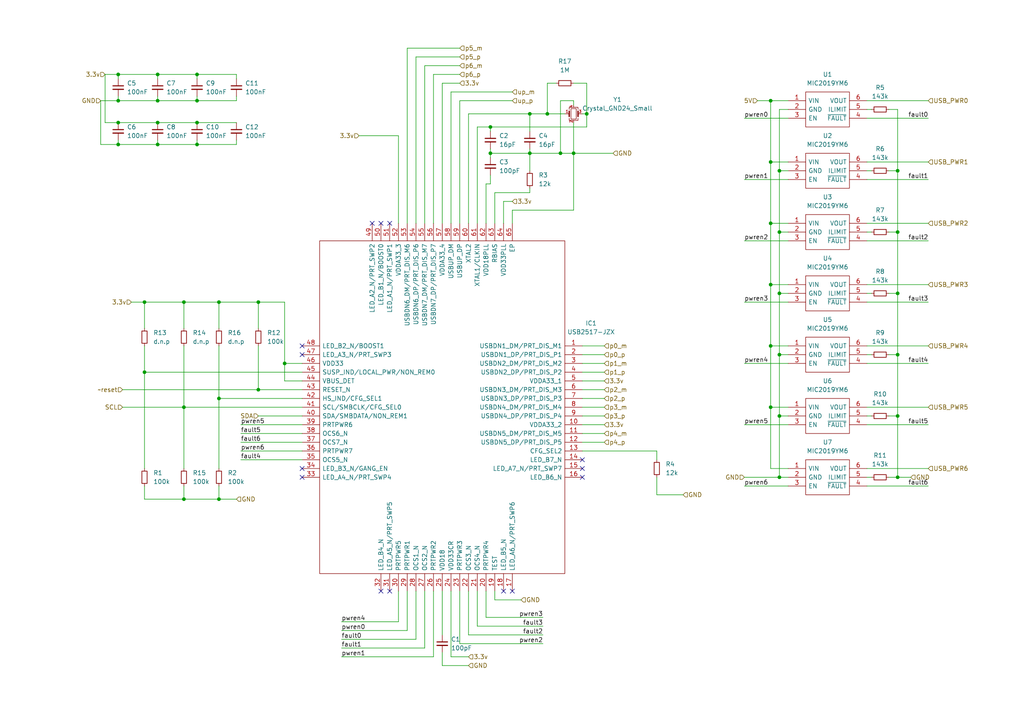
<source format=kicad_sch>
(kicad_sch (version 20211123) (generator eeschema)

  (uuid eab44e5a-07fb-44bc-af42-14f536624124)

  (paper "A4")

  (lib_symbols
    (symbol "Device:C_Small" (pin_numbers hide) (pin_names (offset 0.254) hide) (in_bom yes) (on_board yes)
      (property "Reference" "C" (id 0) (at 0.254 1.778 0)
        (effects (font (size 1.27 1.27)) (justify left))
      )
      (property "Value" "C_Small" (id 1) (at 0.254 -2.032 0)
        (effects (font (size 1.27 1.27)) (justify left))
      )
      (property "Footprint" "" (id 2) (at 0 0 0)
        (effects (font (size 1.27 1.27)) hide)
      )
      (property "Datasheet" "~" (id 3) (at 0 0 0)
        (effects (font (size 1.27 1.27)) hide)
      )
      (property "ki_keywords" "capacitor cap" (id 4) (at 0 0 0)
        (effects (font (size 1.27 1.27)) hide)
      )
      (property "ki_description" "Unpolarized capacitor, small symbol" (id 5) (at 0 0 0)
        (effects (font (size 1.27 1.27)) hide)
      )
      (property "ki_fp_filters" "C_*" (id 6) (at 0 0 0)
        (effects (font (size 1.27 1.27)) hide)
      )
      (symbol "C_Small_0_1"
        (polyline
          (pts
            (xy -1.524 -0.508)
            (xy 1.524 -0.508)
          )
          (stroke (width 0.3302) (type default) (color 0 0 0 0))
          (fill (type none))
        )
        (polyline
          (pts
            (xy -1.524 0.508)
            (xy 1.524 0.508)
          )
          (stroke (width 0.3048) (type default) (color 0 0 0 0))
          (fill (type none))
        )
      )
      (symbol "C_Small_1_1"
        (pin passive line (at 0 2.54 270) (length 2.032)
          (name "~" (effects (font (size 1.27 1.27))))
          (number "1" (effects (font (size 1.27 1.27))))
        )
        (pin passive line (at 0 -2.54 90) (length 2.032)
          (name "~" (effects (font (size 1.27 1.27))))
          (number "2" (effects (font (size 1.27 1.27))))
        )
      )
    )
    (symbol "Device:Crystal_GND24_Small" (pin_names (offset 1.016) hide) (in_bom yes) (on_board yes)
      (property "Reference" "Y" (id 0) (at 1.27 4.445 0)
        (effects (font (size 1.27 1.27)) (justify left))
      )
      (property "Value" "Crystal_GND24_Small" (id 1) (at 1.27 2.54 0)
        (effects (font (size 1.27 1.27)) (justify left))
      )
      (property "Footprint" "" (id 2) (at 0 0 0)
        (effects (font (size 1.27 1.27)) hide)
      )
      (property "Datasheet" "~" (id 3) (at 0 0 0)
        (effects (font (size 1.27 1.27)) hide)
      )
      (property "ki_keywords" "quartz ceramic resonator oscillator" (id 4) (at 0 0 0)
        (effects (font (size 1.27 1.27)) hide)
      )
      (property "ki_description" "Four pin crystal, GND on pins 2 and 4, small symbol" (id 5) (at 0 0 0)
        (effects (font (size 1.27 1.27)) hide)
      )
      (property "ki_fp_filters" "Crystal*" (id 6) (at 0 0 0)
        (effects (font (size 1.27 1.27)) hide)
      )
      (symbol "Crystal_GND24_Small_0_1"
        (rectangle (start -0.762 -1.524) (end 0.762 1.524)
          (stroke (width 0) (type default) (color 0 0 0 0))
          (fill (type none))
        )
        (polyline
          (pts
            (xy -1.27 -0.762)
            (xy -1.27 0.762)
          )
          (stroke (width 0.381) (type default) (color 0 0 0 0))
          (fill (type none))
        )
        (polyline
          (pts
            (xy 1.27 -0.762)
            (xy 1.27 0.762)
          )
          (stroke (width 0.381) (type default) (color 0 0 0 0))
          (fill (type none))
        )
        (polyline
          (pts
            (xy -1.27 -1.27)
            (xy -1.27 -1.905)
            (xy 1.27 -1.905)
            (xy 1.27 -1.27)
          )
          (stroke (width 0) (type default) (color 0 0 0 0))
          (fill (type none))
        )
        (polyline
          (pts
            (xy -1.27 1.27)
            (xy -1.27 1.905)
            (xy 1.27 1.905)
            (xy 1.27 1.27)
          )
          (stroke (width 0) (type default) (color 0 0 0 0))
          (fill (type none))
        )
      )
      (symbol "Crystal_GND24_Small_1_1"
        (pin passive line (at -2.54 0 0) (length 1.27)
          (name "1" (effects (font (size 1.27 1.27))))
          (number "1" (effects (font (size 0.762 0.762))))
        )
        (pin passive line (at 0 -2.54 90) (length 0.635)
          (name "2" (effects (font (size 1.27 1.27))))
          (number "2" (effects (font (size 0.762 0.762))))
        )
        (pin passive line (at 2.54 0 180) (length 1.27)
          (name "3" (effects (font (size 1.27 1.27))))
          (number "3" (effects (font (size 0.762 0.762))))
        )
        (pin passive line (at 0 2.54 270) (length 0.635)
          (name "4" (effects (font (size 1.27 1.27))))
          (number "4" (effects (font (size 0.762 0.762))))
        )
      )
    )
    (symbol "Device:R_Small" (pin_numbers hide) (pin_names (offset 0.254) hide) (in_bom yes) (on_board yes)
      (property "Reference" "R" (id 0) (at 0.762 0.508 0)
        (effects (font (size 1.27 1.27)) (justify left))
      )
      (property "Value" "R_Small" (id 1) (at 0.762 -1.016 0)
        (effects (font (size 1.27 1.27)) (justify left))
      )
      (property "Footprint" "" (id 2) (at 0 0 0)
        (effects (font (size 1.27 1.27)) hide)
      )
      (property "Datasheet" "~" (id 3) (at 0 0 0)
        (effects (font (size 1.27 1.27)) hide)
      )
      (property "ki_keywords" "R resistor" (id 4) (at 0 0 0)
        (effects (font (size 1.27 1.27)) hide)
      )
      (property "ki_description" "Resistor, small symbol" (id 5) (at 0 0 0)
        (effects (font (size 1.27 1.27)) hide)
      )
      (property "ki_fp_filters" "R_*" (id 6) (at 0 0 0)
        (effects (font (size 1.27 1.27)) hide)
      )
      (symbol "R_Small_0_1"
        (rectangle (start -0.762 1.778) (end 0.762 -1.778)
          (stroke (width 0.2032) (type default) (color 0 0 0 0))
          (fill (type none))
        )
      )
      (symbol "R_Small_1_1"
        (pin passive line (at 0 2.54 270) (length 0.762)
          (name "~" (effects (font (size 1.27 1.27))))
          (number "1" (effects (font (size 1.27 1.27))))
        )
        (pin passive line (at 0 -2.54 90) (length 0.762)
          (name "~" (effects (font (size 1.27 1.27))))
          (number "2" (effects (font (size 1.27 1.27))))
        )
      )
    )
    (symbol "parts:MIC2019YM6-TR" (pin_names (offset 0.762)) (in_bom yes) (on_board yes)
      (property "Reference" "U13" (id 0) (at 11.43 6.731 0)
        (effects (font (size 1.27 1.27)))
      )
      (property "Value" "MIC2019YM6-TR" (id 1) (at 11.43 4.4196 0)
        (effects (font (size 1.27 1.27)))
      )
      (property "Footprint" "CM4_MATX:SOT95P280X145-6N" (id 2) (at 26.67 2.54 0)
        (effects (font (size 1.27 1.27)) (justify left) hide)
      )
      (property "Datasheet" "http://ww1.microchip.com/downloads/en/DeviceDoc/mic20xx.pdf" (id 3) (at 26.67 0 0)
        (effects (font (size 1.27 1.27)) (justify left) hide)
      )
      (property "Description" "MICROCHIP - MIC2019YM6-TR - LOAD SWITCH, HS, 5.5V, 0.2 - 2A, 6SOT23" (id 4) (at 26.67 -2.54 0)
        (effects (font (size 1.27 1.27)) (justify left) hide)
      )
      (property "Mouser Part Number" "998-MIC2019YM6TR" (id 5) (at 26.67 -7.62 0)
        (effects (font (size 1.27 1.27)) (justify left) hide)
      )
      (property "Mouser Price/Stock" "https://www.mouser.co.uk/ProductDetail/Microchip-Technology-Micrel/MIC2019YM6-TR?qs=Y3Q3JoKAO1ReVaN%2FoNfqqA%3D%3D" (id 6) (at 26.67 -10.16 0)
        (effects (font (size 1.27 1.27)) (justify left) hide)
      )
      (property "Mfr." "Microchip" (id 7) (at 0 0 0)
        (effects (font (size 1.27 1.27)) hide)
      )
      (property "Mfr. No" "MIC2019YM6-TR" (id 8) (at 0 0 0)
        (effects (font (size 1.27 1.27)) hide)
      )
      (property "ki_description" "MICROCHIP - MIC2019YM6-TR - LOAD SWITCH, HS, 5.5V, 0.2 - 2A, 6SOT23" (id 9) (at 0 0 0)
        (effects (font (size 1.27 1.27)) hide)
      )
      (symbol "MIC2019YM6-TR_0_0"
        (pin power_in line (at 0 0 0) (length 5.08)
          (name "VIN" (effects (font (size 1.27 1.27))))
          (number "1" (effects (font (size 1.27 1.27))))
        )
        (pin power_in line (at 0 -2.54 0) (length 5.08)
          (name "GND" (effects (font (size 1.27 1.27))))
          (number "2" (effects (font (size 1.27 1.27))))
        )
        (pin input line (at 0 -5.08 0) (length 5.08)
          (name "EN" (effects (font (size 1.27 1.27))))
          (number "3" (effects (font (size 1.27 1.27))))
        )
        (pin output line (at 22.86 -5.08 180) (length 5.08)
          (name "~{FAULT}" (effects (font (size 1.27 1.27))))
          (number "4" (effects (font (size 1.27 1.27))))
        )
        (pin input line (at 22.86 -2.54 180) (length 5.08)
          (name "ILIMIT" (effects (font (size 1.27 1.27))))
          (number "5" (effects (font (size 1.27 1.27))))
        )
        (pin power_in line (at 22.86 0 180) (length 5.08)
          (name "VOUT" (effects (font (size 1.27 1.27))))
          (number "6" (effects (font (size 1.27 1.27))))
        )
      )
      (symbol "MIC2019YM6-TR_0_1"
        (rectangle (start 5.08 2.54) (end 17.78 -7.62)
          (stroke (width 0) (type default) (color 0 0 0 0))
          (fill (type none))
        )
      )
    )
    (symbol "parts:USB2517-JZX" (pin_names (offset 0.762)) (in_bom yes) (on_board yes)
      (property "Reference" "IC1" (id 0) (at 78.74 12.7 0)
        (effects (font (size 1.27 1.27)) (justify left))
      )
      (property "Value" "USB2517-JZX" (id 1) (at 78.74 10.16 0)
        (effects (font (size 1.27 1.27)) (justify left))
      )
      (property "Footprint" "CM4_MATX:QFN50P900X900X100-65N-D" (id 2) (at 77.47 30.48 0)
        (effects (font (size 1.27 1.27)) (justify left) hide)
      )
      (property "Datasheet" "http://ww1.microchip.com/downloads/en/DeviceDoc/2517.pdf" (id 3) (at 77.47 27.94 0)
        (effects (font (size 1.27 1.27)) (justify left) hide)
      )
      (property "Description" "USB 2.0 Hub Controller 7-Port QFN64 USB2517-JZX, USB Controller 7-channel 480Mbit/s USB 2.0, 3.3 V, 64-Pin, QFN" (id 4) (at 77.47 25.4 0)
        (effects (font (size 1.27 1.27)) (justify left) hide)
      )
      (property "Mouser Part Number" "886-USB2517-JZX" (id 5) (at 77.47 20.32 0)
        (effects (font (size 1.27 1.27)) (justify left) hide)
      )
      (property "Mouser Price/Stock" "https://www.mouser.co.uk/ProductDetail/Microchip-Technology/USB2517-JZX?qs=pA5MXup5wxHMjUYhpIKJWA%3D%3D" (id 6) (at 77.47 17.78 0)
        (effects (font (size 1.27 1.27)) (justify left) hide)
      )
      (property "Mfr." "Microchip" (id 7) (at 0 0 0)
        (effects (font (size 1.27 1.27)) hide)
      )
      (property "Mfr. No" "USB2517-JZX" (id 8) (at 0 0 0)
        (effects (font (size 1.27 1.27)) hide)
      )
      (property "ki_description" "USB 2.0 Hub Controller 7-Port QFN64 USB2517-JZX, USB Controller 7-channel 480Mbit/s USB 2.0, 3.3 V, 64-Pin, QFN" (id 9) (at 0 0 0)
        (effects (font (size 1.27 1.27)) hide)
      )
      (symbol "USB2517-JZX_0_0"
        (pin passive line (at 0 0 0) (length 5.08)
          (name "USBDN1_DM/PRT_DIS_M1" (effects (font (size 1.27 1.27))))
          (number "1" (effects (font (size 1.27 1.27))))
        )
        (pin power_in line (at 0 -22.86 0) (length 5.08)
          (name "VDDA33_2" (effects (font (size 1.27 1.27))))
          (number "10" (effects (font (size 1.27 1.27))))
        )
        (pin passive line (at 0 -25.4 0) (length 5.08)
          (name "USBDN5_DM/PRT_DIS_M5" (effects (font (size 1.27 1.27))))
          (number "11" (effects (font (size 1.27 1.27))))
        )
        (pin passive line (at 0 -27.94 0) (length 5.08)
          (name "USBDN5_DP/PRT_DIS_P5" (effects (font (size 1.27 1.27))))
          (number "12" (effects (font (size 1.27 1.27))))
        )
        (pin passive line (at 0 -30.48 0) (length 5.08)
          (name "CFG_SEL2" (effects (font (size 1.27 1.27))))
          (number "13" (effects (font (size 1.27 1.27))))
        )
        (pin passive line (at 0 -33.02 0) (length 5.08)
          (name "LED_B7_N" (effects (font (size 1.27 1.27))))
          (number "14" (effects (font (size 1.27 1.27))))
        )
        (pin passive line (at 0 -35.56 0) (length 5.08)
          (name "LED_A7_N/PRT_SWP7" (effects (font (size 1.27 1.27))))
          (number "15" (effects (font (size 1.27 1.27))))
        )
        (pin passive line (at 0 -38.1 0) (length 5.08)
          (name "LED_B6_N" (effects (font (size 1.27 1.27))))
          (number "16" (effects (font (size 1.27 1.27))))
        )
        (pin passive line (at 20.32 -71.12 90) (length 5.08)
          (name "LED_A6_N/PRT_SWP6" (effects (font (size 1.27 1.27))))
          (number "17" (effects (font (size 1.27 1.27))))
        )
        (pin passive line (at 22.86 -71.12 90) (length 5.08)
          (name "LED_B5_N" (effects (font (size 1.27 1.27))))
          (number "18" (effects (font (size 1.27 1.27))))
        )
        (pin passive line (at 25.4 -71.12 90) (length 5.08)
          (name "TEST" (effects (font (size 1.27 1.27))))
          (number "19" (effects (font (size 1.27 1.27))))
        )
        (pin passive line (at 0 -2.54 0) (length 5.08)
          (name "USBDN1_DP/PRT_DIS_P1" (effects (font (size 1.27 1.27))))
          (number "2" (effects (font (size 1.27 1.27))))
        )
        (pin passive line (at 27.94 -71.12 90) (length 5.08)
          (name "PRTPWR4" (effects (font (size 1.27 1.27))))
          (number "20" (effects (font (size 1.27 1.27))))
        )
        (pin input line (at 30.48 -71.12 90) (length 5.08)
          (name "OCS4_N" (effects (font (size 1.27 1.27))))
          (number "21" (effects (font (size 1.27 1.27))))
        )
        (pin input line (at 33.02 -71.12 90) (length 5.08)
          (name "OCS3_N" (effects (font (size 1.27 1.27))))
          (number "22" (effects (font (size 1.27 1.27))))
        )
        (pin passive line (at 35.56 -71.12 90) (length 5.08)
          (name "PRTPWR3" (effects (font (size 1.27 1.27))))
          (number "23" (effects (font (size 1.27 1.27))))
        )
        (pin power_in line (at 38.1 -71.12 90) (length 5.08)
          (name "VDD33CR" (effects (font (size 1.27 1.27))))
          (number "24" (effects (font (size 1.27 1.27))))
        )
        (pin power_in line (at 40.64 -71.12 90) (length 5.08)
          (name "VDD18" (effects (font (size 1.27 1.27))))
          (number "25" (effects (font (size 1.27 1.27))))
        )
        (pin passive line (at 43.18 -71.12 90) (length 5.08)
          (name "PRTPWR2" (effects (font (size 1.27 1.27))))
          (number "26" (effects (font (size 1.27 1.27))))
        )
        (pin input line (at 45.72 -71.12 90) (length 5.08)
          (name "OCS2_N" (effects (font (size 1.27 1.27))))
          (number "27" (effects (font (size 1.27 1.27))))
        )
        (pin input line (at 48.26 -71.12 90) (length 5.08)
          (name "OCS1_N" (effects (font (size 1.27 1.27))))
          (number "28" (effects (font (size 1.27 1.27))))
        )
        (pin passive line (at 50.8 -71.12 90) (length 5.08)
          (name "PRTPWR1" (effects (font (size 1.27 1.27))))
          (number "29" (effects (font (size 1.27 1.27))))
        )
        (pin passive line (at 0 -5.08 0) (length 5.08)
          (name "USBDN2_DM/PRT_DIS_M2" (effects (font (size 1.27 1.27))))
          (number "3" (effects (font (size 1.27 1.27))))
        )
        (pin passive line (at 53.34 -71.12 90) (length 5.08)
          (name "PRTPWR5" (effects (font (size 1.27 1.27))))
          (number "30" (effects (font (size 1.27 1.27))))
        )
        (pin passive line (at 55.88 -71.12 90) (length 5.08)
          (name "LED_A5_N/PRT_SWP5" (effects (font (size 1.27 1.27))))
          (number "31" (effects (font (size 1.27 1.27))))
        )
        (pin passive line (at 58.42 -71.12 90) (length 5.08)
          (name "LED_B4_N" (effects (font (size 1.27 1.27))))
          (number "32" (effects (font (size 1.27 1.27))))
        )
        (pin passive line (at 81.28 -38.1 180) (length 5.08)
          (name "LED_A4_N/PRT_SWP4" (effects (font (size 1.27 1.27))))
          (number "33" (effects (font (size 1.27 1.27))))
        )
        (pin passive line (at 81.28 -35.56 180) (length 5.08)
          (name "LED_B3_N/GANG_EN" (effects (font (size 1.27 1.27))))
          (number "34" (effects (font (size 1.27 1.27))))
        )
        (pin input line (at 81.28 -33.02 180) (length 5.08)
          (name "OCS5_N" (effects (font (size 1.27 1.27))))
          (number "35" (effects (font (size 1.27 1.27))))
        )
        (pin passive line (at 81.28 -30.48 180) (length 5.08)
          (name "PRTPWR7" (effects (font (size 1.27 1.27))))
          (number "36" (effects (font (size 1.27 1.27))))
        )
        (pin input line (at 81.28 -27.94 180) (length 5.08)
          (name "OCS7_N" (effects (font (size 1.27 1.27))))
          (number "37" (effects (font (size 1.27 1.27))))
        )
        (pin input line (at 81.28 -25.4 180) (length 5.08)
          (name "OCS6_N" (effects (font (size 1.27 1.27))))
          (number "38" (effects (font (size 1.27 1.27))))
        )
        (pin passive line (at 81.28 -22.86 180) (length 5.08)
          (name "PRTPWR6" (effects (font (size 1.27 1.27))))
          (number "39" (effects (font (size 1.27 1.27))))
        )
        (pin passive line (at 0 -7.62 0) (length 5.08)
          (name "USBDN2_DP/PRT_DIS_P2" (effects (font (size 1.27 1.27))))
          (number "4" (effects (font (size 1.27 1.27))))
        )
        (pin passive line (at 81.28 -20.32 180) (length 5.08)
          (name "SDA/SMBDATA/NON_REM1" (effects (font (size 1.27 1.27))))
          (number "40" (effects (font (size 1.27 1.27))))
        )
        (pin input line (at 81.28 -17.78 180) (length 5.08)
          (name "SCL/SMBCLK/CFG_SEL0" (effects (font (size 1.27 1.27))))
          (number "41" (effects (font (size 1.27 1.27))))
        )
        (pin input line (at 81.28 -15.24 180) (length 5.08)
          (name "HS_IND/CFG_SEL1" (effects (font (size 1.27 1.27))))
          (number "42" (effects (font (size 1.27 1.27))))
        )
        (pin passive line (at 81.28 -12.7 180) (length 5.08)
          (name "RESET_N" (effects (font (size 1.27 1.27))))
          (number "43" (effects (font (size 1.27 1.27))))
        )
        (pin passive line (at 81.28 -10.16 180) (length 5.08)
          (name "VBUS_DET" (effects (font (size 1.27 1.27))))
          (number "44" (effects (font (size 1.27 1.27))))
        )
        (pin input line (at 81.28 -7.62 180) (length 5.08)
          (name "SUSP_IND/LOCAL_PWR/NON_REM0" (effects (font (size 1.27 1.27))))
          (number "45" (effects (font (size 1.27 1.27))))
        )
        (pin power_in line (at 81.28 -5.08 180) (length 5.08)
          (name "VDD33" (effects (font (size 1.27 1.27))))
          (number "46" (effects (font (size 1.27 1.27))))
        )
        (pin passive line (at 81.28 -2.54 180) (length 5.08)
          (name "LED_A3_N/PRT_SWP3" (effects (font (size 1.27 1.27))))
          (number "47" (effects (font (size 1.27 1.27))))
        )
        (pin passive line (at 81.28 0 180) (length 5.08)
          (name "LED_B2_N/BOOST1" (effects (font (size 1.27 1.27))))
          (number "48" (effects (font (size 1.27 1.27))))
        )
        (pin passive line (at 60.96 35.56 270) (length 5.08)
          (name "LED_A2_N/PRT_SWP2" (effects (font (size 1.27 1.27))))
          (number "49" (effects (font (size 1.27 1.27))))
        )
        (pin power_in line (at 0 -10.16 0) (length 5.08)
          (name "VDDA33_1" (effects (font (size 1.27 1.27))))
          (number "5" (effects (font (size 1.27 1.27))))
        )
        (pin passive line (at 58.42 35.56 270) (length 5.08)
          (name "LED_B1_N/BOOST0" (effects (font (size 1.27 1.27))))
          (number "50" (effects (font (size 1.27 1.27))))
        )
        (pin passive line (at 55.88 35.56 270) (length 5.08)
          (name "LED_A1_N/PRT_SWP1" (effects (font (size 1.27 1.27))))
          (number "51" (effects (font (size 1.27 1.27))))
        )
        (pin power_in line (at 53.34 35.56 270) (length 5.08)
          (name "VDDA33_3" (effects (font (size 1.27 1.27))))
          (number "52" (effects (font (size 1.27 1.27))))
        )
        (pin passive line (at 50.8 35.56 270) (length 5.08)
          (name "USBDN6_DM/PRT_DIS_M6" (effects (font (size 1.27 1.27))))
          (number "53" (effects (font (size 1.27 1.27))))
        )
        (pin passive line (at 48.26 35.56 270) (length 5.08)
          (name "USBDN6_DP/PRT_DIS_P6" (effects (font (size 1.27 1.27))))
          (number "54" (effects (font (size 1.27 1.27))))
        )
        (pin passive line (at 45.72 35.56 270) (length 5.08)
          (name "USBDN7_DM/PRT_DIS_M7" (effects (font (size 1.27 1.27))))
          (number "55" (effects (font (size 1.27 1.27))))
        )
        (pin passive line (at 43.18 35.56 270) (length 5.08)
          (name "USBDN7_DP/PRT_DIS_P7" (effects (font (size 1.27 1.27))))
          (number "56" (effects (font (size 1.27 1.27))))
        )
        (pin power_in line (at 40.64 35.56 270) (length 5.08)
          (name "VDDA33_4" (effects (font (size 1.27 1.27))))
          (number "57" (effects (font (size 1.27 1.27))))
        )
        (pin passive line (at 38.1 35.56 270) (length 5.08)
          (name "USBUP_DM" (effects (font (size 1.27 1.27))))
          (number "58" (effects (font (size 1.27 1.27))))
        )
        (pin passive line (at 35.56 35.56 270) (length 5.08)
          (name "USBUP_DP" (effects (font (size 1.27 1.27))))
          (number "59" (effects (font (size 1.27 1.27))))
        )
        (pin passive line (at 0 -12.7 0) (length 5.08)
          (name "USBDN3_DM/PRT_DIS_M3" (effects (font (size 1.27 1.27))))
          (number "6" (effects (font (size 1.27 1.27))))
        )
        (pin passive line (at 33.02 35.56 270) (length 5.08)
          (name "XTAL2" (effects (font (size 1.27 1.27))))
          (number "60" (effects (font (size 1.27 1.27))))
        )
        (pin input line (at 30.48 35.56 270) (length 5.08)
          (name "XTAL1/CLKIN" (effects (font (size 1.27 1.27))))
          (number "61" (effects (font (size 1.27 1.27))))
        )
        (pin power_in line (at 27.94 35.56 270) (length 5.08)
          (name "VDD18PLL" (effects (font (size 1.27 1.27))))
          (number "62" (effects (font (size 1.27 1.27))))
        )
        (pin passive line (at 25.4 35.56 270) (length 5.08)
          (name "RBIAS" (effects (font (size 1.27 1.27))))
          (number "63" (effects (font (size 1.27 1.27))))
        )
        (pin power_in line (at 22.86 35.56 270) (length 5.08)
          (name "VDD33PLL" (effects (font (size 1.27 1.27))))
          (number "64" (effects (font (size 1.27 1.27))))
        )
        (pin passive line (at 20.32 35.56 270) (length 5.08)
          (name "EP" (effects (font (size 1.27 1.27))))
          (number "65" (effects (font (size 1.27 1.27))))
        )
        (pin passive line (at 0 -15.24 0) (length 5.08)
          (name "USBDN3_DP/PRT_DIS_P3" (effects (font (size 1.27 1.27))))
          (number "7" (effects (font (size 1.27 1.27))))
        )
        (pin passive line (at 0 -17.78 0) (length 5.08)
          (name "USBDN4_DM/PRT_DIS_M4" (effects (font (size 1.27 1.27))))
          (number "8" (effects (font (size 1.27 1.27))))
        )
        (pin passive line (at 0 -20.32 0) (length 5.08)
          (name "USBDN4_DP/PRT_DIS_P4" (effects (font (size 1.27 1.27))))
          (number "9" (effects (font (size 1.27 1.27))))
        )
      )
      (symbol "USB2517-JZX_0_1"
        (polyline
          (pts
            (xy 5.08 30.48)
            (xy 76.2 30.48)
            (xy 76.2 -66.04)
            (xy 5.08 -66.04)
            (xy 5.08 30.48)
          )
          (stroke (width 0.1524) (type default) (color 0 0 0 0))
          (fill (type none))
        )
      )
    )
  )

  (junction (at 260.35 120.65) (diameter 0) (color 0 0 0 0)
    (uuid 07d59e19-b3a0-42f1-8c62-15faa18fd485)
  )
  (junction (at 57.15 21.59) (diameter 0) (color 0 0 0 0)
    (uuid 087a5bdc-e19a-483e-bdcb-1490d6af78a5)
  )
  (junction (at 41.91 107.95) (diameter 0) (color 0 0 0 0)
    (uuid 0bf79cfb-2a2f-46f3-b482-cce9f72c2656)
  )
  (junction (at 166.37 44.45) (diameter 0) (color 0 0 0 0)
    (uuid 0f5b844f-c7ba-448e-b16f-b51a32068cdb)
  )
  (junction (at 45.72 29.21) (diameter 0) (color 0 0 0 0)
    (uuid 10392257-9356-42e1-9c7c-48ff07f06e51)
  )
  (junction (at 162.56 44.45) (diameter 0) (color 0 0 0 0)
    (uuid 113cca44-ded9-4fad-938a-f630e4609357)
  )
  (junction (at 223.52 100.33) (diameter 0) (color 0 0 0 0)
    (uuid 1f238b77-8355-406c-891a-00ccff179ccf)
  )
  (junction (at 226.06 85.09) (diameter 0) (color 0 0 0 0)
    (uuid 22c84ff3-b468-44ae-8436-2f6618b086d7)
  )
  (junction (at 226.06 120.65) (diameter 0) (color 0 0 0 0)
    (uuid 27244dbb-b4d1-46dc-ac79-4020cf89d8a4)
  )
  (junction (at 260.35 102.87) (diameter 0) (color 0 0 0 0)
    (uuid 27356c1a-e7d8-4846-a40d-93139671ff01)
  )
  (junction (at 63.5 144.78) (diameter 0) (color 0 0 0 0)
    (uuid 27f3bf44-4314-4ec2-8dc5-7408263c9076)
  )
  (junction (at 63.5 115.57) (diameter 0) (color 0 0 0 0)
    (uuid 29a947db-19bf-4a46-838b-b6fc7b030eeb)
  )
  (junction (at 34.29 41.91) (diameter 0) (color 0 0 0 0)
    (uuid 2d0a3864-502d-497f-85e9-088c70cec076)
  )
  (junction (at 74.93 113.03) (diameter 0) (color 0 0 0 0)
    (uuid 2db061e1-33e6-4b1b-9a6d-e7a1cf883474)
  )
  (junction (at 226.06 49.53) (diameter 0) (color 0 0 0 0)
    (uuid 30597e6c-fb22-4165-8fc3-2b2da84ac971)
  )
  (junction (at 223.52 118.11) (diameter 0) (color 0 0 0 0)
    (uuid 416fa139-fcab-416b-948f-0348ef76654b)
  )
  (junction (at 57.15 41.91) (diameter 0) (color 0 0 0 0)
    (uuid 4eea7809-3f5d-4a1c-beec-95bd9d990da3)
  )
  (junction (at 45.72 35.56) (diameter 0) (color 0 0 0 0)
    (uuid 5d682e2d-7d93-4b66-a2db-e4d2cb429f0b)
  )
  (junction (at 170.18 33.02) (diameter 0) (color 0 0 0 0)
    (uuid 603b39c2-adf3-4a00-bef2-12e8ea1f37d1)
  )
  (junction (at 53.34 118.11) (diameter 0) (color 0 0 0 0)
    (uuid 6201a6cb-5836-4b02-ba86-859a1f7bb286)
  )
  (junction (at 53.34 144.78) (diameter 0) (color 0 0 0 0)
    (uuid 6242e1c6-8bd1-459f-8cd3-d62a409bfe5e)
  )
  (junction (at 223.52 64.77) (diameter 0) (color 0 0 0 0)
    (uuid 66e6919e-c1b7-43c5-b699-b7406a1c38bc)
  )
  (junction (at 142.24 44.45) (diameter 0) (color 0 0 0 0)
    (uuid 6f32cacd-aa52-4e87-9123-60dcc197ba49)
  )
  (junction (at 223.52 29.21) (diameter 0) (color 0 0 0 0)
    (uuid 7105e2ba-110a-4708-9eda-a22cda99f61b)
  )
  (junction (at 41.91 87.63) (diameter 0) (color 0 0 0 0)
    (uuid 7eaee8d2-408d-4117-93d7-f9f78ca83009)
  )
  (junction (at 57.15 29.21) (diameter 0) (color 0 0 0 0)
    (uuid 806505cb-ae54-4b9b-8bc3-76412755c3e5)
  )
  (junction (at 63.5 87.63) (diameter 0) (color 0 0 0 0)
    (uuid 923fe2e6-8add-4167-a5e5-86519afdde9e)
  )
  (junction (at 34.29 21.59) (diameter 0) (color 0 0 0 0)
    (uuid 92b080ca-a3bd-4500-85c3-32f39a314e89)
  )
  (junction (at 45.72 21.59) (diameter 0) (color 0 0 0 0)
    (uuid 9412989c-66f2-4d9b-aee1-6fd428822eba)
  )
  (junction (at 153.67 44.45) (diameter 0) (color 0 0 0 0)
    (uuid 964008af-a1ba-4518-9cba-ab9436ddbed1)
  )
  (junction (at 223.52 46.99) (diameter 0) (color 0 0 0 0)
    (uuid 987c412d-420b-4d5a-a61f-22da09ea5137)
  )
  (junction (at 74.93 87.63) (diameter 0) (color 0 0 0 0)
    (uuid 9d7efe07-aaa8-434d-8686-e4db13fd236a)
  )
  (junction (at 260.35 67.31) (diameter 0) (color 0 0 0 0)
    (uuid 9f50ded6-615f-4c0e-940b-116ba076e905)
  )
  (junction (at 34.29 35.56) (diameter 0) (color 0 0 0 0)
    (uuid a61ba56a-0e31-4148-a992-a4f14f251ef9)
  )
  (junction (at 226.06 67.31) (diameter 0) (color 0 0 0 0)
    (uuid ae05f3fa-efbb-4961-bd2d-9320c321eca8)
  )
  (junction (at 45.72 41.91) (diameter 0) (color 0 0 0 0)
    (uuid c2ac95de-a432-4448-809f-e9bd7f90425e)
  )
  (junction (at 223.52 82.55) (diameter 0) (color 0 0 0 0)
    (uuid c7078b3b-e10a-4363-af94-12efc3b4c71b)
  )
  (junction (at 142.24 36.83) (diameter 0) (color 0 0 0 0)
    (uuid ca5870aa-3e07-4d47-9d5b-e47f3f9913bf)
  )
  (junction (at 260.35 138.43) (diameter 0) (color 0 0 0 0)
    (uuid cb1abaab-c144-4b67-821f-8943f87bed5e)
  )
  (junction (at 53.34 87.63) (diameter 0) (color 0 0 0 0)
    (uuid d2b345cf-9050-43c4-a568-6e68eda6000f)
  )
  (junction (at 153.67 33.02) (diameter 0) (color 0 0 0 0)
    (uuid d4eab1e0-5159-40a2-bd44-2a7fcfef3fc6)
  )
  (junction (at 82.55 105.41) (diameter 0) (color 0 0 0 0)
    (uuid d84711e2-273f-495e-a15f-bc3f1d58a318)
  )
  (junction (at 158.75 33.02) (diameter 0) (color 0 0 0 0)
    (uuid e3fd81c9-c74d-46f7-bca7-93b16fae667f)
  )
  (junction (at 260.35 49.53) (diameter 0) (color 0 0 0 0)
    (uuid e95f45ac-df92-41f6-bf57-ed400197fd75)
  )
  (junction (at 260.35 85.09) (diameter 0) (color 0 0 0 0)
    (uuid ecc0d1dd-4b79-4e7e-8569-8dad3525766c)
  )
  (junction (at 57.15 35.56) (diameter 0) (color 0 0 0 0)
    (uuid ef68398e-8250-42e4-82f8-bfe66d25c446)
  )
  (junction (at 34.29 29.21) (diameter 0) (color 0 0 0 0)
    (uuid f2a95b37-42f9-45be-9ebd-a06f315d3c7c)
  )
  (junction (at 226.06 102.87) (diameter 0) (color 0 0 0 0)
    (uuid f7830fd8-6fb4-4fdf-a6f4-b63a9c43d69d)
  )
  (junction (at 226.06 138.43) (diameter 0) (color 0 0 0 0)
    (uuid fbebe3a2-ccfa-4a3b-826b-37f14d7aa504)
  )

  (no_connect (at 113.03 171.45) (uuid 2cb9de08-65ac-4255-a7f9-3447368051b0))
  (no_connect (at 110.49 171.45) (uuid 2cb9de08-65ac-4255-a7f9-3447368051b1))
  (no_connect (at 148.59 171.45) (uuid 2cb9de08-65ac-4255-a7f9-3447368051b2))
  (no_connect (at 146.05 171.45) (uuid 2cb9de08-65ac-4255-a7f9-3447368051b3))
  (no_connect (at 87.63 138.43) (uuid 44faae0d-c464-4116-b7a2-39179027cfc3))
  (no_connect (at 87.63 135.89) (uuid 44faae0d-c464-4116-b7a2-39179027cfc4))
  (no_connect (at 113.03 64.77) (uuid 8c92f20b-c30a-4834-91ab-1e872f0060ab))
  (no_connect (at 107.95 64.77) (uuid 9249bc9c-8b4e-4447-8b56-344bf46f5d55))
  (no_connect (at 168.91 138.43) (uuid c32d9ebc-d13c-4549-855d-5d23283b7016))
  (no_connect (at 168.91 135.89) (uuid c32d9ebc-d13c-4549-855d-5d23283b7017))
  (no_connect (at 168.91 133.35) (uuid c32d9ebc-d13c-4549-855d-5d23283b7018))
  (no_connect (at 110.49 64.77) (uuid c933fbdf-c357-4c1c-8936-dc3f3684aa5a))
  (no_connect (at 87.63 102.87) (uuid d7248882-08c7-4cba-ad28-57f6b1015acf))
  (no_connect (at 87.63 100.33) (uuid d7248882-08c7-4cba-ad28-57f6b1015ad0))

  (wire (pts (xy 74.93 120.65) (xy 87.63 120.65))
    (stroke (width 0) (type default) (color 0 0 0 0))
    (uuid 01357ee2-2e4e-4d35-afbc-13aff05d38c0)
  )
  (wire (pts (xy 151.13 173.99) (xy 143.51 173.99))
    (stroke (width 0) (type default) (color 0 0 0 0))
    (uuid 04b95e7a-5430-412a-8601-975809261050)
  )
  (wire (pts (xy 133.35 186.69) (xy 133.35 171.45))
    (stroke (width 0) (type default) (color 0 0 0 0))
    (uuid 05c4d708-256b-410a-be8c-246f9483facc)
  )
  (wire (pts (xy 35.56 118.11) (xy 53.34 118.11))
    (stroke (width 0) (type default) (color 0 0 0 0))
    (uuid 05f2c3b6-736e-4ff4-8ab2-7065c3f0a6f5)
  )
  (wire (pts (xy 257.81 67.31) (xy 260.35 67.31))
    (stroke (width 0) (type default) (color 0 0 0 0))
    (uuid 071f401b-c4ab-4164-aad7-19b5fb1e8179)
  )
  (wire (pts (xy 57.15 35.56) (xy 45.72 35.56))
    (stroke (width 0) (type default) (color 0 0 0 0))
    (uuid 091543cb-b489-4aad-8026-4dbcb9d35c02)
  )
  (wire (pts (xy 34.29 40.64) (xy 34.29 41.91))
    (stroke (width 0) (type default) (color 0 0 0 0))
    (uuid 09b8de29-39ca-4af1-a2db-0625b2bed02f)
  )
  (wire (pts (xy 228.6 82.55) (xy 223.52 82.55))
    (stroke (width 0) (type default) (color 0 0 0 0))
    (uuid 0b6e02f2-50fc-48ef-8386-dbade5e0b7f7)
  )
  (wire (pts (xy 226.06 120.65) (xy 226.06 138.43))
    (stroke (width 0) (type default) (color 0 0 0 0))
    (uuid 0c3a51c3-5cdc-4f69-8f30-c6fa3e762324)
  )
  (wire (pts (xy 251.46 105.41) (xy 269.24 105.41))
    (stroke (width 0) (type default) (color 0 0 0 0))
    (uuid 0c66c59d-f3ac-4003-8022-2051127e2d4c)
  )
  (wire (pts (xy 219.71 29.21) (xy 223.52 29.21))
    (stroke (width 0) (type default) (color 0 0 0 0))
    (uuid 0d569aee-bfbc-4c8c-98c3-a1f800a0d655)
  )
  (wire (pts (xy 162.56 29.21) (xy 162.56 44.45))
    (stroke (width 0) (type default) (color 0 0 0 0))
    (uuid 0f01c936-6ccf-491c-b390-a9c201b17d68)
  )
  (wire (pts (xy 153.67 33.02) (xy 153.67 38.1))
    (stroke (width 0) (type default) (color 0 0 0 0))
    (uuid 0ffbddd9-61aa-41db-918d-11239ef2ab71)
  )
  (wire (pts (xy 223.52 82.55) (xy 223.52 100.33))
    (stroke (width 0) (type default) (color 0 0 0 0))
    (uuid 10259bed-221b-4807-9c8e-62d93ceedf6d)
  )
  (wire (pts (xy 74.93 87.63) (xy 74.93 95.25))
    (stroke (width 0) (type default) (color 0 0 0 0))
    (uuid 13a8af4e-b665-4bef-892a-164f9555f085)
  )
  (wire (pts (xy 142.24 43.18) (xy 142.24 44.45))
    (stroke (width 0) (type default) (color 0 0 0 0))
    (uuid 149f26f4-4a05-4711-bee0-a21ea838d69b)
  )
  (wire (pts (xy 142.24 36.83) (xy 142.24 38.1))
    (stroke (width 0) (type default) (color 0 0 0 0))
    (uuid 15e4f083-3058-4890-aba3-08b75952c470)
  )
  (wire (pts (xy 251.46 102.87) (xy 252.73 102.87))
    (stroke (width 0) (type default) (color 0 0 0 0))
    (uuid 15f0a289-af19-4a91-9aaf-407bcd1ea347)
  )
  (wire (pts (xy 34.29 27.94) (xy 34.29 29.21))
    (stroke (width 0) (type default) (color 0 0 0 0))
    (uuid 18dbdf5f-de4f-454d-8c46-3da964df4881)
  )
  (wire (pts (xy 190.5 138.43) (xy 190.5 143.51))
    (stroke (width 0) (type default) (color 0 0 0 0))
    (uuid 1af8b77a-4135-423c-9e26-17c1e12e0fad)
  )
  (wire (pts (xy 115.57 180.34) (xy 115.57 171.45))
    (stroke (width 0) (type default) (color 0 0 0 0))
    (uuid 1eaf6065-2fa0-4975-b998-0b57e130e09b)
  )
  (wire (pts (xy 153.67 44.45) (xy 162.56 44.45))
    (stroke (width 0) (type default) (color 0 0 0 0))
    (uuid 1f683395-9dc2-4170-87d8-72dfecc80f2b)
  )
  (wire (pts (xy 223.52 46.99) (xy 223.52 64.77))
    (stroke (width 0) (type default) (color 0 0 0 0))
    (uuid 205a6342-f62c-4a6c-ac78-e22e35461f56)
  )
  (wire (pts (xy 223.52 29.21) (xy 223.52 46.99))
    (stroke (width 0) (type default) (color 0 0 0 0))
    (uuid 21439d30-a43e-4881-950b-c1da66cb1c73)
  )
  (wire (pts (xy 168.91 120.65) (xy 175.26 120.65))
    (stroke (width 0) (type default) (color 0 0 0 0))
    (uuid 21a0bb38-23a7-40c5-84f8-bc740556ca16)
  )
  (wire (pts (xy 41.91 135.89) (xy 41.91 107.95))
    (stroke (width 0) (type default) (color 0 0 0 0))
    (uuid 21abc81a-64f1-4d89-a087-390830066b19)
  )
  (wire (pts (xy 215.9 105.41) (xy 228.6 105.41))
    (stroke (width 0) (type default) (color 0 0 0 0))
    (uuid 226016d6-5b91-4da7-975e-34b134a821f2)
  )
  (wire (pts (xy 82.55 105.41) (xy 87.63 105.41))
    (stroke (width 0) (type default) (color 0 0 0 0))
    (uuid 23933d59-6556-4c2e-adb6-0a2e1ef8ee54)
  )
  (wire (pts (xy 166.37 35.56) (xy 166.37 44.45))
    (stroke (width 0) (type default) (color 0 0 0 0))
    (uuid 262a935c-70d0-44e1-9fa5-a867d755679d)
  )
  (wire (pts (xy 251.46 140.97) (xy 269.24 140.97))
    (stroke (width 0) (type default) (color 0 0 0 0))
    (uuid 26a98552-3b1e-4320-aa1a-59cd2a9c5741)
  )
  (wire (pts (xy 168.91 123.19) (xy 175.26 123.19))
    (stroke (width 0) (type default) (color 0 0 0 0))
    (uuid 273c46a5-6922-4ec1-bfc4-a66c21613339)
  )
  (wire (pts (xy 260.35 120.65) (xy 260.35 102.87))
    (stroke (width 0) (type default) (color 0 0 0 0))
    (uuid 27b3b441-fbac-41ed-806b-c18be9352c97)
  )
  (wire (pts (xy 226.06 67.31) (xy 226.06 49.53))
    (stroke (width 0) (type default) (color 0 0 0 0))
    (uuid 2837db98-d4e0-4409-b81e-996d2b33dc07)
  )
  (wire (pts (xy 133.35 19.05) (xy 123.19 19.05))
    (stroke (width 0) (type default) (color 0 0 0 0))
    (uuid 283addac-db8a-48ac-9e45-dfeebe820e32)
  )
  (wire (pts (xy 123.19 19.05) (xy 123.19 64.77))
    (stroke (width 0) (type default) (color 0 0 0 0))
    (uuid 28aa9e6a-0002-483a-b609-f6dc4518043e)
  )
  (wire (pts (xy 168.91 105.41) (xy 175.26 105.41))
    (stroke (width 0) (type default) (color 0 0 0 0))
    (uuid 2b76ae25-8509-4991-82d6-a123c7772516)
  )
  (wire (pts (xy 215.9 52.07) (xy 228.6 52.07))
    (stroke (width 0) (type default) (color 0 0 0 0))
    (uuid 2bac0d1e-946e-48ba-ae36-6b68c7271dd5)
  )
  (wire (pts (xy 170.18 33.02) (xy 168.91 33.02))
    (stroke (width 0) (type default) (color 0 0 0 0))
    (uuid 2c3b4079-4e9d-4abf-a059-d8ef170ecd7f)
  )
  (wire (pts (xy 168.91 130.81) (xy 190.5 130.81))
    (stroke (width 0) (type default) (color 0 0 0 0))
    (uuid 2d06f719-f531-4c93-88d6-efc8c1278957)
  )
  (wire (pts (xy 142.24 44.45) (xy 153.67 44.45))
    (stroke (width 0) (type default) (color 0 0 0 0))
    (uuid 2da5e001-1b6d-403b-90fc-77f7b53db3bf)
  )
  (wire (pts (xy 133.35 16.51) (xy 120.65 16.51))
    (stroke (width 0) (type default) (color 0 0 0 0))
    (uuid 2e14318b-eece-4e8c-94eb-7e0aee183254)
  )
  (wire (pts (xy 45.72 21.59) (xy 57.15 21.59))
    (stroke (width 0) (type default) (color 0 0 0 0))
    (uuid 2e6f92ca-3906-4ed3-bcd0-b2065097b5cd)
  )
  (wire (pts (xy 260.35 67.31) (xy 260.35 49.53))
    (stroke (width 0) (type default) (color 0 0 0 0))
    (uuid 31be5180-af76-4e76-885d-ab31a2ba5a2e)
  )
  (wire (pts (xy 53.34 140.97) (xy 53.34 144.78))
    (stroke (width 0) (type default) (color 0 0 0 0))
    (uuid 322c0767-554c-4051-b1cd-058ac146d47b)
  )
  (wire (pts (xy 41.91 100.33) (xy 41.91 107.95))
    (stroke (width 0) (type default) (color 0 0 0 0))
    (uuid 357129f1-4e55-48e0-98f7-ecebd1249080)
  )
  (wire (pts (xy 168.91 100.33) (xy 175.26 100.33))
    (stroke (width 0) (type default) (color 0 0 0 0))
    (uuid 371d95a7-ae38-455a-a54b-f19d131e10ef)
  )
  (wire (pts (xy 168.91 107.95) (xy 175.26 107.95))
    (stroke (width 0) (type default) (color 0 0 0 0))
    (uuid 394a7bca-efde-482f-b355-29581d998d83)
  )
  (wire (pts (xy 53.34 87.63) (xy 63.5 87.63))
    (stroke (width 0) (type default) (color 0 0 0 0))
    (uuid 39ff174c-c12a-4911-9a52-0b3634c509fa)
  )
  (wire (pts (xy 45.72 35.56) (xy 34.29 35.56))
    (stroke (width 0) (type default) (color 0 0 0 0))
    (uuid 3b0b351d-7945-4798-a745-4e2fdc7bfa55)
  )
  (wire (pts (xy 260.35 138.43) (xy 260.35 120.65))
    (stroke (width 0) (type default) (color 0 0 0 0))
    (uuid 3c5d557f-d0e9-4ff4-bfb1-696c8188cbb2)
  )
  (wire (pts (xy 166.37 30.48) (xy 166.37 29.21))
    (stroke (width 0) (type default) (color 0 0 0 0))
    (uuid 3c8f6dd3-9f2d-4c22-8d6d-3a591a073b5d)
  )
  (wire (pts (xy 41.91 107.95) (xy 87.63 107.95))
    (stroke (width 0) (type default) (color 0 0 0 0))
    (uuid 3e0c1a3c-ea20-4af9-b38a-89ee07743efe)
  )
  (wire (pts (xy 168.91 110.49) (xy 175.26 110.49))
    (stroke (width 0) (type default) (color 0 0 0 0))
    (uuid 3e27f01f-f83f-4478-9ec1-0830a28cfbac)
  )
  (wire (pts (xy 63.5 87.63) (xy 74.93 87.63))
    (stroke (width 0) (type default) (color 0 0 0 0))
    (uuid 3e4aeba4-0572-4a9a-b7a4-2087321e217a)
  )
  (wire (pts (xy 251.46 120.65) (xy 252.73 120.65))
    (stroke (width 0) (type default) (color 0 0 0 0))
    (uuid 3e7d5aca-4ccc-4ec0-a640-e53e7d50fb8d)
  )
  (wire (pts (xy 226.06 85.09) (xy 226.06 67.31))
    (stroke (width 0) (type default) (color 0 0 0 0))
    (uuid 3f7ae8e9-b068-4af5-9236-03ffd580b4c9)
  )
  (wire (pts (xy 57.15 21.59) (xy 68.58 21.59))
    (stroke (width 0) (type default) (color 0 0 0 0))
    (uuid 3fcac3fd-1793-4ee1-9285-d0263c5e4356)
  )
  (wire (pts (xy 257.81 102.87) (xy 260.35 102.87))
    (stroke (width 0) (type default) (color 0 0 0 0))
    (uuid 44323572-feec-4f91-a092-72813166c6ba)
  )
  (wire (pts (xy 251.46 69.85) (xy 269.24 69.85))
    (stroke (width 0) (type default) (color 0 0 0 0))
    (uuid 48408a67-f1f0-406e-9015-d636e61e0aa4)
  )
  (wire (pts (xy 226.06 31.75) (xy 226.06 49.53))
    (stroke (width 0) (type default) (color 0 0 0 0))
    (uuid 48fcb0c0-975d-49f3-ba02-e44b5ff2aa0e)
  )
  (wire (pts (xy 135.89 33.02) (xy 135.89 64.77))
    (stroke (width 0) (type default) (color 0 0 0 0))
    (uuid 496db4dd-cbd9-48c1-bfa7-6c683a4ae679)
  )
  (wire (pts (xy 138.43 181.61) (xy 157.48 181.61))
    (stroke (width 0) (type default) (color 0 0 0 0))
    (uuid 4b1cfbb0-d0e6-421d-94df-57fcb5f81d8f)
  )
  (wire (pts (xy 115.57 39.37) (xy 115.57 64.77))
    (stroke (width 0) (type default) (color 0 0 0 0))
    (uuid 4bd52e2b-d2d4-4744-8179-9cb716303760)
  )
  (wire (pts (xy 215.9 123.19) (xy 228.6 123.19))
    (stroke (width 0) (type default) (color 0 0 0 0))
    (uuid 4d015b26-eb1e-4a1e-81cd-8629f00997ad)
  )
  (wire (pts (xy 168.91 125.73) (xy 175.26 125.73))
    (stroke (width 0) (type default) (color 0 0 0 0))
    (uuid 4d7443e3-5fdd-4f9a-bc96-5b8d26ffa826)
  )
  (wire (pts (xy 153.67 33.02) (xy 135.89 33.02))
    (stroke (width 0) (type default) (color 0 0 0 0))
    (uuid 4e2f6046-7359-4972-b957-09da08ec14f7)
  )
  (wire (pts (xy 120.65 185.42) (xy 120.65 171.45))
    (stroke (width 0) (type default) (color 0 0 0 0))
    (uuid 51a39048-e2a8-4009-87d1-928b7569e69a)
  )
  (wire (pts (xy 153.67 55.88) (xy 143.51 55.88))
    (stroke (width 0) (type default) (color 0 0 0 0))
    (uuid 52feb3bf-b4c4-49c3-af6d-eeb366454283)
  )
  (wire (pts (xy 228.6 31.75) (xy 226.06 31.75))
    (stroke (width 0) (type default) (color 0 0 0 0))
    (uuid 54a23fdf-9351-41e4-b9f9-a6f03bdfde05)
  )
  (wire (pts (xy 168.91 118.11) (xy 175.26 118.11))
    (stroke (width 0) (type default) (color 0 0 0 0))
    (uuid 54b28d65-4682-44c8-bac1-73616bb68190)
  )
  (wire (pts (xy 45.72 21.59) (xy 45.72 22.86))
    (stroke (width 0) (type default) (color 0 0 0 0))
    (uuid 596d3e79-10ee-4bf0-b856-4ffc64fe6daa)
  )
  (wire (pts (xy 63.5 144.78) (xy 63.5 140.97))
    (stroke (width 0) (type default) (color 0 0 0 0))
    (uuid 599fe387-2ba4-4cdb-8cf3-b85a06ade9b4)
  )
  (wire (pts (xy 99.06 185.42) (xy 120.65 185.42))
    (stroke (width 0) (type default) (color 0 0 0 0))
    (uuid 59d60bf5-7e28-4f2c-b7da-6bf99bb7a84a)
  )
  (wire (pts (xy 260.35 31.75) (xy 257.81 31.75))
    (stroke (width 0) (type default) (color 0 0 0 0))
    (uuid 609ce4df-5c7c-4bf8-a9ce-281c9a90e428)
  )
  (wire (pts (xy 63.5 115.57) (xy 87.63 115.57))
    (stroke (width 0) (type default) (color 0 0 0 0))
    (uuid 60e963a0-6aa9-47ba-9fca-0f54a40853f6)
  )
  (wire (pts (xy 57.15 29.21) (xy 45.72 29.21))
    (stroke (width 0) (type default) (color 0 0 0 0))
    (uuid 61c2b190-930b-4f37-9f54-d31a320c03e6)
  )
  (wire (pts (xy 251.46 52.07) (xy 269.24 52.07))
    (stroke (width 0) (type default) (color 0 0 0 0))
    (uuid 61e0ec7d-2a50-4a1e-ae49-164fc2ddfcff)
  )
  (wire (pts (xy 87.63 128.27) (xy 69.85 128.27))
    (stroke (width 0) (type default) (color 0 0 0 0))
    (uuid 6265ebac-8ee2-4d21-a4fa-2ee8901ac5ed)
  )
  (wire (pts (xy 251.46 135.89) (xy 269.24 135.89))
    (stroke (width 0) (type default) (color 0 0 0 0))
    (uuid 63370133-1054-48c5-bad2-0e334a903b79)
  )
  (wire (pts (xy 45.72 40.64) (xy 45.72 41.91))
    (stroke (width 0) (type default) (color 0 0 0 0))
    (uuid 6462fa23-4ddf-4540-a612-3e28687da0a0)
  )
  (wire (pts (xy 57.15 40.64) (xy 57.15 41.91))
    (stroke (width 0) (type default) (color 0 0 0 0))
    (uuid 647bd3ca-35ce-4e6a-9a2c-81471e314f14)
  )
  (wire (pts (xy 130.81 171.45) (xy 130.81 190.5))
    (stroke (width 0) (type default) (color 0 0 0 0))
    (uuid 67356e3c-15fe-4fb4-8e73-118f681832b1)
  )
  (wire (pts (xy 82.55 87.63) (xy 82.55 105.41))
    (stroke (width 0) (type default) (color 0 0 0 0))
    (uuid 6825558b-b94d-4da1-b4ad-2e67862f2e56)
  )
  (wire (pts (xy 34.29 21.59) (xy 45.72 21.59))
    (stroke (width 0) (type default) (color 0 0 0 0))
    (uuid 688f7f20-cb21-4eae-be30-6eb6415fe657)
  )
  (wire (pts (xy 74.93 100.33) (xy 74.93 113.03))
    (stroke (width 0) (type default) (color 0 0 0 0))
    (uuid 6bf3365a-c412-407f-ba24-14d23b116f25)
  )
  (wire (pts (xy 228.6 29.21) (xy 223.52 29.21))
    (stroke (width 0) (type default) (color 0 0 0 0))
    (uuid 6c5a669c-70e4-45e3-affc-a8aafe529cec)
  )
  (wire (pts (xy 142.24 44.45) (xy 142.24 45.72))
    (stroke (width 0) (type default) (color 0 0 0 0))
    (uuid 6c6c3c54-d114-4db7-9d49-e2126820630f)
  )
  (wire (pts (xy 260.35 102.87) (xy 260.35 85.09))
    (stroke (width 0) (type default) (color 0 0 0 0))
    (uuid 6dd6df81-47f3-4cef-9a12-d5b1fc1b77dd)
  )
  (wire (pts (xy 63.5 144.78) (xy 68.58 144.78))
    (stroke (width 0) (type default) (color 0 0 0 0))
    (uuid 6e293779-e75d-4b63-a67b-9dc6f0f629d9)
  )
  (wire (pts (xy 41.91 140.97) (xy 41.91 144.78))
    (stroke (width 0) (type default) (color 0 0 0 0))
    (uuid 6e3d4ffb-1c70-42d8-aac5-6b70632c2e25)
  )
  (wire (pts (xy 166.37 44.45) (xy 166.37 60.96))
    (stroke (width 0) (type default) (color 0 0 0 0))
    (uuid 6e50112c-9d7d-4966-b055-1891c6e8cfe9)
  )
  (wire (pts (xy 68.58 27.94) (xy 68.58 29.21))
    (stroke (width 0) (type default) (color 0 0 0 0))
    (uuid 6efc7a06-a2c5-4655-8ac9-c1331925626c)
  )
  (wire (pts (xy 251.46 67.31) (xy 252.73 67.31))
    (stroke (width 0) (type default) (color 0 0 0 0))
    (uuid 6f7b9d8f-c122-4ab2-9b24-ec3e2ffadfde)
  )
  (wire (pts (xy 34.29 41.91) (xy 45.72 41.91))
    (stroke (width 0) (type default) (color 0 0 0 0))
    (uuid 70ef0a65-a37a-466d-975b-c7503132f50d)
  )
  (wire (pts (xy 162.56 44.45) (xy 166.37 44.45))
    (stroke (width 0) (type default) (color 0 0 0 0))
    (uuid 71ba7e6a-278b-4383-8b31-423ff4c7545b)
  )
  (wire (pts (xy 133.35 13.97) (xy 118.11 13.97))
    (stroke (width 0) (type default) (color 0 0 0 0))
    (uuid 74660acb-e51c-454b-9aed-c647a3bc845a)
  )
  (wire (pts (xy 215.9 34.29) (xy 228.6 34.29))
    (stroke (width 0) (type default) (color 0 0 0 0))
    (uuid 75f4e797-34c4-48d4-8bd7-6fbb02f751f9)
  )
  (wire (pts (xy 257.81 85.09) (xy 260.35 85.09))
    (stroke (width 0) (type default) (color 0 0 0 0))
    (uuid 76295f4c-268d-415e-9e0a-861cdf4fc6d9)
  )
  (wire (pts (xy 260.35 49.53) (xy 260.35 31.75))
    (stroke (width 0) (type default) (color 0 0 0 0))
    (uuid 76a18499-d1c0-457d-a3f5-36c9a610f341)
  )
  (wire (pts (xy 166.37 24.13) (xy 170.18 24.13))
    (stroke (width 0) (type default) (color 0 0 0 0))
    (uuid 76c928f6-4db7-4bc2-a50a-6e0a107601a8)
  )
  (wire (pts (xy 226.06 102.87) (xy 226.06 85.09))
    (stroke (width 0) (type default) (color 0 0 0 0))
    (uuid 76e00172-8e30-4a4a-9cd2-90e4d0f047cd)
  )
  (wire (pts (xy 45.72 27.94) (xy 45.72 29.21))
    (stroke (width 0) (type default) (color 0 0 0 0))
    (uuid 79ca3bda-29e1-4f97-ab32-820687870f24)
  )
  (wire (pts (xy 228.6 102.87) (xy 226.06 102.87))
    (stroke (width 0) (type default) (color 0 0 0 0))
    (uuid 7a798583-05e7-4ca1-bd01-0543a5674768)
  )
  (wire (pts (xy 138.43 36.83) (xy 142.24 36.83))
    (stroke (width 0) (type default) (color 0 0 0 0))
    (uuid 7a86f18d-d66f-4a45-931c-e70bae1cdcda)
  )
  (wire (pts (xy 57.15 21.59) (xy 57.15 22.86))
    (stroke (width 0) (type default) (color 0 0 0 0))
    (uuid 7a96f999-919d-4a8c-8ca0-507eb1c893ea)
  )
  (wire (pts (xy 41.91 87.63) (xy 53.34 87.63))
    (stroke (width 0) (type default) (color 0 0 0 0))
    (uuid 7b213ba4-bf66-4c3d-be3a-0147981fdf58)
  )
  (wire (pts (xy 118.11 182.88) (xy 118.11 171.45))
    (stroke (width 0) (type default) (color 0 0 0 0))
    (uuid 7d057ade-ce11-44db-86f6-c50c1647583b)
  )
  (wire (pts (xy 45.72 41.91) (xy 57.15 41.91))
    (stroke (width 0) (type default) (color 0 0 0 0))
    (uuid 7d0bf8c0-ab92-4eb1-ab00-e0a8142dcb2b)
  )
  (wire (pts (xy 226.06 49.53) (xy 228.6 49.53))
    (stroke (width 0) (type default) (color 0 0 0 0))
    (uuid 7d5289eb-3e68-421b-83ee-4bd08daa157f)
  )
  (wire (pts (xy 158.75 33.02) (xy 153.67 33.02))
    (stroke (width 0) (type default) (color 0 0 0 0))
    (uuid 7e3c05ad-8064-4b97-a2c7-da1eedb80f08)
  )
  (wire (pts (xy 251.46 34.29) (xy 269.24 34.29))
    (stroke (width 0) (type default) (color 0 0 0 0))
    (uuid 7eea0074-3fb1-42a8-9538-ce92eb31fea0)
  )
  (wire (pts (xy 135.89 193.04) (xy 128.27 193.04))
    (stroke (width 0) (type default) (color 0 0 0 0))
    (uuid 7f6e4a52-653b-4f79-b7e7-acc483c70b61)
  )
  (wire (pts (xy 166.37 29.21) (xy 162.56 29.21))
    (stroke (width 0) (type default) (color 0 0 0 0))
    (uuid 7fae8ed2-c5e3-4068-b095-8b08d4e61c42)
  )
  (wire (pts (xy 41.91 95.25) (xy 41.91 87.63))
    (stroke (width 0) (type default) (color 0 0 0 0))
    (uuid 81ff4a8e-8c9f-4791-906a-9eec53bf5a40)
  )
  (wire (pts (xy 251.46 138.43) (xy 252.73 138.43))
    (stroke (width 0) (type default) (color 0 0 0 0))
    (uuid 827997fc-7303-4345-9719-060f2b54bbba)
  )
  (wire (pts (xy 228.6 67.31) (xy 226.06 67.31))
    (stroke (width 0) (type default) (color 0 0 0 0))
    (uuid 886d65aa-cb51-432c-bb9a-c3bd9ee3215e)
  )
  (wire (pts (xy 257.81 120.65) (xy 260.35 120.65))
    (stroke (width 0) (type default) (color 0 0 0 0))
    (uuid 8a8704d6-3e59-410d-abf7-f479458a07d3)
  )
  (wire (pts (xy 251.46 64.77) (xy 269.24 64.77))
    (stroke (width 0) (type default) (color 0 0 0 0))
    (uuid 8bc87789-70e3-4d95-bba1-caf52236c87c)
  )
  (wire (pts (xy 142.24 53.34) (xy 142.24 50.8))
    (stroke (width 0) (type default) (color 0 0 0 0))
    (uuid 8bea1f6d-2a35-42d2-b79e-4f12dc4ed234)
  )
  (wire (pts (xy 260.35 138.43) (xy 264.16 138.43))
    (stroke (width 0) (type default) (color 0 0 0 0))
    (uuid 8c5c8b90-1c3d-495f-995e-d1725fec48c2)
  )
  (wire (pts (xy 57.15 27.94) (xy 57.15 29.21))
    (stroke (width 0) (type default) (color 0 0 0 0))
    (uuid 8c77d625-0a7b-4e58-8e60-496539b145e4)
  )
  (wire (pts (xy 38.1 87.63) (xy 41.91 87.63))
    (stroke (width 0) (type default) (color 0 0 0 0))
    (uuid 8c84603d-ed12-4403-bc10-73b803b745fa)
  )
  (wire (pts (xy 128.27 193.04) (xy 128.27 189.23))
    (stroke (width 0) (type default) (color 0 0 0 0))
    (uuid 8ced433a-7846-48b2-9331-b89c3e1fab11)
  )
  (wire (pts (xy 68.58 21.59) (xy 68.58 22.86))
    (stroke (width 0) (type default) (color 0 0 0 0))
    (uuid 900b1e34-01c2-47ef-9b4d-c8c6f0cd5219)
  )
  (wire (pts (xy 30.48 21.59) (xy 34.29 21.59))
    (stroke (width 0) (type default) (color 0 0 0 0))
    (uuid 925fe965-9dd4-4c9c-979a-44af5b29fa86)
  )
  (wire (pts (xy 138.43 64.77) (xy 138.43 36.83))
    (stroke (width 0) (type default) (color 0 0 0 0))
    (uuid 92a43828-c80b-48d8-a070-30f57f37fbfa)
  )
  (wire (pts (xy 68.58 35.56) (xy 57.15 35.56))
    (stroke (width 0) (type default) (color 0 0 0 0))
    (uuid 943004b9-5c39-44d7-b982-8583954d4894)
  )
  (wire (pts (xy 140.97 64.77) (xy 140.97 53.34))
    (stroke (width 0) (type default) (color 0 0 0 0))
    (uuid 94f3daeb-9ca8-4fed-872c-f4ecee5fc32f)
  )
  (wire (pts (xy 215.9 69.85) (xy 228.6 69.85))
    (stroke (width 0) (type default) (color 0 0 0 0))
    (uuid 960840bb-961f-49d7-b587-7bc1a77c58c1)
  )
  (wire (pts (xy 215.9 140.97) (xy 228.6 140.97))
    (stroke (width 0) (type default) (color 0 0 0 0))
    (uuid 96496ceb-44c9-4ae4-81dd-854dd2536c7a)
  )
  (wire (pts (xy 63.5 87.63) (xy 63.5 95.25))
    (stroke (width 0) (type default) (color 0 0 0 0))
    (uuid 979fb85d-9731-4088-b831-4fc666196893)
  )
  (wire (pts (xy 125.73 21.59) (xy 125.73 64.77))
    (stroke (width 0) (type default) (color 0 0 0 0))
    (uuid 9805f2fe-a529-4915-96ef-1502e9190101)
  )
  (wire (pts (xy 133.35 29.21) (xy 133.35 64.77))
    (stroke (width 0) (type default) (color 0 0 0 0))
    (uuid 98ac6f74-0238-4a2b-875a-5baf243eaece)
  )
  (wire (pts (xy 170.18 24.13) (xy 170.18 33.02))
    (stroke (width 0) (type default) (color 0 0 0 0))
    (uuid 98b52bf2-8827-41b7-809c-e72236831156)
  )
  (wire (pts (xy 69.85 130.81) (xy 87.63 130.81))
    (stroke (width 0) (type default) (color 0 0 0 0))
    (uuid 98d39235-8b0d-4385-96d9-9979d012189d)
  )
  (wire (pts (xy 228.6 100.33) (xy 223.52 100.33))
    (stroke (width 0) (type default) (color 0 0 0 0))
    (uuid 99037488-72a5-4de2-83ee-940e9fbdafef)
  )
  (wire (pts (xy 118.11 13.97) (xy 118.11 64.77))
    (stroke (width 0) (type default) (color 0 0 0 0))
    (uuid 9942582d-7888-40f3-8e6d-0d03d2cfcdb3)
  )
  (wire (pts (xy 251.46 100.33) (xy 269.24 100.33))
    (stroke (width 0) (type default) (color 0 0 0 0))
    (uuid 9a073037-c0c9-4f95-b233-41e43c8918fa)
  )
  (wire (pts (xy 228.6 64.77) (xy 223.52 64.77))
    (stroke (width 0) (type default) (color 0 0 0 0))
    (uuid 9a5a95dc-6cf2-4e80-a518-5cda85230fce)
  )
  (wire (pts (xy 168.91 115.57) (xy 175.26 115.57))
    (stroke (width 0) (type default) (color 0 0 0 0))
    (uuid 9cfb9e3b-f5d6-4ad4-afdc-a236089a0f77)
  )
  (wire (pts (xy 135.89 171.45) (xy 135.89 184.15))
    (stroke (width 0) (type default) (color 0 0 0 0))
    (uuid 9d6cc01b-3995-4bc1-8c0c-4311ccebe903)
  )
  (wire (pts (xy 163.83 33.02) (xy 158.75 33.02))
    (stroke (width 0) (type default) (color 0 0 0 0))
    (uuid 9dfb2c04-80b0-4793-9197-379f8c2e04ea)
  )
  (wire (pts (xy 251.46 31.75) (xy 252.73 31.75))
    (stroke (width 0) (type default) (color 0 0 0 0))
    (uuid 9fd72f8f-0094-4684-baab-73701520a539)
  )
  (wire (pts (xy 57.15 41.91) (xy 68.58 41.91))
    (stroke (width 0) (type default) (color 0 0 0 0))
    (uuid a234e457-03b1-4543-ada0-82280413b7bc)
  )
  (wire (pts (xy 87.63 133.35) (xy 69.85 133.35))
    (stroke (width 0) (type default) (color 0 0 0 0))
    (uuid a36fd177-ca3a-4f9c-9433-0f522d5d1400)
  )
  (wire (pts (xy 53.34 87.63) (xy 53.34 95.25))
    (stroke (width 0) (type default) (color 0 0 0 0))
    (uuid a3a1ff06-ab4a-4cdf-9772-087e0740b319)
  )
  (wire (pts (xy 190.5 130.81) (xy 190.5 133.35))
    (stroke (width 0) (type default) (color 0 0 0 0))
    (uuid a473cb3a-d8c2-420d-b90e-025cdb1255b3)
  )
  (wire (pts (xy 63.5 100.33) (xy 63.5 115.57))
    (stroke (width 0) (type default) (color 0 0 0 0))
    (uuid a47d2275-ab69-479e-8438-af47d84c3111)
  )
  (wire (pts (xy 153.67 44.45) (xy 153.67 49.53))
    (stroke (width 0) (type default) (color 0 0 0 0))
    (uuid a553263f-7ea9-4b63-a202-12bada448233)
  )
  (wire (pts (xy 177.8 44.45) (xy 166.37 44.45))
    (stroke (width 0) (type default) (color 0 0 0 0))
    (uuid a5c50f8b-81df-4d04-8815-e268faf6d6cb)
  )
  (wire (pts (xy 251.46 123.19) (xy 269.24 123.19))
    (stroke (width 0) (type default) (color 0 0 0 0))
    (uuid a6d822fd-5c6e-4285-9b71-72df4eac6a9f)
  )
  (wire (pts (xy 223.52 118.11) (xy 228.6 118.11))
    (stroke (width 0) (type default) (color 0 0 0 0))
    (uuid a8a4f957-ada8-42fc-8369-774837c0312d)
  )
  (wire (pts (xy 251.46 29.21) (xy 269.24 29.21))
    (stroke (width 0) (type default) (color 0 0 0 0))
    (uuid ab2fe556-d8a6-4429-bd02-f1f078bf0fed)
  )
  (wire (pts (xy 228.6 135.89) (xy 223.52 135.89))
    (stroke (width 0) (type default) (color 0 0 0 0))
    (uuid abd10d18-8481-4d9d-aa94-2af25b6e0006)
  )
  (wire (pts (xy 99.06 190.5) (xy 125.73 190.5))
    (stroke (width 0) (type default) (color 0 0 0 0))
    (uuid ac7dab49-c4d7-463e-bfb6-edf0cc2e5f68)
  )
  (wire (pts (xy 153.67 43.18) (xy 153.67 44.45))
    (stroke (width 0) (type default) (color 0 0 0 0))
    (uuid af498ec8-9852-424f-92ba-eae006b93d47)
  )
  (wire (pts (xy 146.05 58.42) (xy 148.59 58.42))
    (stroke (width 0) (type default) (color 0 0 0 0))
    (uuid af534e7a-ff43-4ba3-acc5-61687e883705)
  )
  (wire (pts (xy 228.6 138.43) (xy 226.06 138.43))
    (stroke (width 0) (type default) (color 0 0 0 0))
    (uuid afb48e43-d2b5-4808-b1d4-44326087f138)
  )
  (wire (pts (xy 120.65 16.51) (xy 120.65 64.77))
    (stroke (width 0) (type default) (color 0 0 0 0))
    (uuid b0532fe3-bb95-496f-88ed-2ee87d228440)
  )
  (wire (pts (xy 226.06 102.87) (xy 226.06 120.65))
    (stroke (width 0) (type default) (color 0 0 0 0))
    (uuid b14c7b58-4b49-4bac-8288-d110faae6287)
  )
  (wire (pts (xy 251.46 49.53) (xy 252.73 49.53))
    (stroke (width 0) (type default) (color 0 0 0 0))
    (uuid b4eb82bf-ac13-450e-8189-6f74e6eaab43)
  )
  (wire (pts (xy 104.14 39.37) (xy 115.57 39.37))
    (stroke (width 0) (type default) (color 0 0 0 0))
    (uuid b4ee4109-0575-4d46-a839-465b2f68394d)
  )
  (wire (pts (xy 168.91 102.87) (xy 175.26 102.87))
    (stroke (width 0) (type default) (color 0 0 0 0))
    (uuid b5c9e2d6-b5ff-44b1-bce3-67516f1f293c)
  )
  (wire (pts (xy 161.29 24.13) (xy 158.75 24.13))
    (stroke (width 0) (type default) (color 0 0 0 0))
    (uuid b5d05bba-a3b2-4848-b6ab-3b5ac81df810)
  )
  (wire (pts (xy 157.48 179.07) (xy 140.97 179.07))
    (stroke (width 0) (type default) (color 0 0 0 0))
    (uuid b6c99ec9-4f67-44a3-ae50-39dbd1b84b73)
  )
  (wire (pts (xy 251.46 46.99) (xy 269.24 46.99))
    (stroke (width 0) (type default) (color 0 0 0 0))
    (uuid b6ce69a9-ce56-4ec1-bd5c-69e0ee7ad4a6)
  )
  (wire (pts (xy 53.34 144.78) (xy 63.5 144.78))
    (stroke (width 0) (type default) (color 0 0 0 0))
    (uuid b7c5c3ba-d6f9-442d-929f-87a111aa5758)
  )
  (wire (pts (xy 257.81 49.53) (xy 260.35 49.53))
    (stroke (width 0) (type default) (color 0 0 0 0))
    (uuid b7c6ae9c-2c61-4bf5-8e93-c80ce419d233)
  )
  (wire (pts (xy 148.59 29.21) (xy 133.35 29.21))
    (stroke (width 0) (type default) (color 0 0 0 0))
    (uuid b933c7b6-b570-4d5d-afdd-48d6e8746799)
  )
  (wire (pts (xy 29.21 41.91) (xy 34.29 41.91))
    (stroke (width 0) (type default) (color 0 0 0 0))
    (uuid b9e5c079-e46b-4239-b830-a00c7b492f42)
  )
  (wire (pts (xy 87.63 125.73) (xy 69.85 125.73))
    (stroke (width 0) (type default) (color 0 0 0 0))
    (uuid ba0f9a03-d8db-4216-80cc-c86b6bea368c)
  )
  (wire (pts (xy 133.35 24.13) (xy 128.27 24.13))
    (stroke (width 0) (type default) (color 0 0 0 0))
    (uuid bb0518ac-d22c-4fd8-b1bb-18315a5b186e)
  )
  (wire (pts (xy 128.27 24.13) (xy 128.27 64.77))
    (stroke (width 0) (type default) (color 0 0 0 0))
    (uuid bb1e5184-4440-4eb2-9f6e-e26b79023ada)
  )
  (wire (pts (xy 30.48 35.56) (xy 30.48 21.59))
    (stroke (width 0) (type default) (color 0 0 0 0))
    (uuid bc749c72-09bc-4c20-8cde-0e071bfe266d)
  )
  (wire (pts (xy 158.75 24.13) (xy 158.75 33.02))
    (stroke (width 0) (type default) (color 0 0 0 0))
    (uuid bd0af43d-94f4-481f-8a1d-c0b5d4e788dc)
  )
  (wire (pts (xy 223.52 135.89) (xy 223.52 118.11))
    (stroke (width 0) (type default) (color 0 0 0 0))
    (uuid bd2aceda-3364-44d6-ab90-83cb4e1d5bfc)
  )
  (wire (pts (xy 87.63 110.49) (xy 82.55 110.49))
    (stroke (width 0) (type default) (color 0 0 0 0))
    (uuid bf8c266e-5cc8-4e34-8581-51621adf1deb)
  )
  (wire (pts (xy 82.55 110.49) (xy 82.55 105.41))
    (stroke (width 0) (type default) (color 0 0 0 0))
    (uuid bfa4c35b-6026-4031-b27b-f3a370af5397)
  )
  (wire (pts (xy 257.81 138.43) (xy 260.35 138.43))
    (stroke (width 0) (type default) (color 0 0 0 0))
    (uuid c1e121cc-10a9-475e-b266-2440b8821d38)
  )
  (wire (pts (xy 34.29 35.56) (xy 30.48 35.56))
    (stroke (width 0) (type default) (color 0 0 0 0))
    (uuid c27815cf-3d40-471a-8794-be0f49f5440d)
  )
  (wire (pts (xy 142.24 36.83) (xy 170.18 36.83))
    (stroke (width 0) (type default) (color 0 0 0 0))
    (uuid c2ef4855-5b02-4556-bd42-89e700975276)
  )
  (wire (pts (xy 251.46 87.63) (xy 269.24 87.63))
    (stroke (width 0) (type default) (color 0 0 0 0))
    (uuid c3794f9e-f554-4515-a19b-3683d5e309a0)
  )
  (wire (pts (xy 168.91 113.03) (xy 175.26 113.03))
    (stroke (width 0) (type default) (color 0 0 0 0))
    (uuid c7d60ea1-4178-4acc-a30e-b4fbee1a321b)
  )
  (wire (pts (xy 99.06 187.96) (xy 123.19 187.96))
    (stroke (width 0) (type default) (color 0 0 0 0))
    (uuid c868c0ef-ea28-481e-a7cd-f2a4ca7eadb9)
  )
  (wire (pts (xy 99.06 182.88) (xy 118.11 182.88))
    (stroke (width 0) (type default) (color 0 0 0 0))
    (uuid ca11533c-b232-45c6-a22a-076970f7d303)
  )
  (wire (pts (xy 148.59 26.67) (xy 130.81 26.67))
    (stroke (width 0) (type default) (color 0 0 0 0))
    (uuid cea2babe-336d-4c9d-b2b5-7f404142af19)
  )
  (wire (pts (xy 228.6 85.09) (xy 226.06 85.09))
    (stroke (width 0) (type default) (color 0 0 0 0))
    (uuid cea5787b-220d-4413-a495-f04e55296c95)
  )
  (wire (pts (xy 68.58 29.21) (xy 57.15 29.21))
    (stroke (width 0) (type default) (color 0 0 0 0))
    (uuid cf5ba7e2-32cd-4f2b-91c5-5612f941b397)
  )
  (wire (pts (xy 170.18 36.83) (xy 170.18 33.02))
    (stroke (width 0) (type default) (color 0 0 0 0))
    (uuid d08fb248-b7f2-46c0-bc5f-4a4a2b941978)
  )
  (wire (pts (xy 140.97 179.07) (xy 140.97 171.45))
    (stroke (width 0) (type default) (color 0 0 0 0))
    (uuid d0e0dbad-56da-45ac-99f4-da902282cd4a)
  )
  (wire (pts (xy 198.12 143.51) (xy 190.5 143.51))
    (stroke (width 0) (type default) (color 0 0 0 0))
    (uuid d18028f9-0632-46cb-902a-a99b2c776443)
  )
  (wire (pts (xy 41.91 144.78) (xy 53.34 144.78))
    (stroke (width 0) (type default) (color 0 0 0 0))
    (uuid d3019328-041e-4aac-be5c-01c90bb0e291)
  )
  (wire (pts (xy 215.9 87.63) (xy 228.6 87.63))
    (stroke (width 0) (type default) (color 0 0 0 0))
    (uuid d7c6f326-fed3-46cc-b084-3b8ecbc5f1ac)
  )
  (wire (pts (xy 251.46 85.09) (xy 252.73 85.09))
    (stroke (width 0) (type default) (color 0 0 0 0))
    (uuid d7f41d96-ad8f-4799-b39e-049e9015c680)
  )
  (wire (pts (xy 35.56 113.03) (xy 74.93 113.03))
    (stroke (width 0) (type default) (color 0 0 0 0))
    (uuid dc97b99a-e669-4b52-a720-4ac976850891)
  )
  (wire (pts (xy 148.59 60.96) (xy 166.37 60.96))
    (stroke (width 0) (type default) (color 0 0 0 0))
    (uuid dccba049-eefe-4801-81dc-e71ef3205305)
  )
  (wire (pts (xy 215.9 138.43) (xy 226.06 138.43))
    (stroke (width 0) (type default) (color 0 0 0 0))
    (uuid dede0fec-73b7-469c-a137-30da29e4b5a6)
  )
  (wire (pts (xy 140.97 53.34) (xy 142.24 53.34))
    (stroke (width 0) (type default) (color 0 0 0 0))
    (uuid dfa8bfac-ef0b-4895-8607-d1d12f895366)
  )
  (wire (pts (xy 251.46 82.55) (xy 269.24 82.55))
    (stroke (width 0) (type default) (color 0 0 0 0))
    (uuid e056d995-1218-47a8-964c-ba0bc59eb63a)
  )
  (wire (pts (xy 123.19 187.96) (xy 123.19 171.45))
    (stroke (width 0) (type default) (color 0 0 0 0))
    (uuid e0694e1e-4a08-4077-81c9-3ad82cdbca09)
  )
  (wire (pts (xy 223.52 64.77) (xy 223.52 82.55))
    (stroke (width 0) (type default) (color 0 0 0 0))
    (uuid e094df40-93ed-421e-a69e-1ff46867bc1d)
  )
  (wire (pts (xy 251.46 118.11) (xy 269.24 118.11))
    (stroke (width 0) (type default) (color 0 0 0 0))
    (uuid e14332b2-074f-4f28-88f0-821ad08aeb07)
  )
  (wire (pts (xy 148.59 64.77) (xy 148.59 60.96))
    (stroke (width 0) (type default) (color 0 0 0 0))
    (uuid e144c048-3b6c-4e9e-a90f-ddf2801f9323)
  )
  (wire (pts (xy 34.29 21.59) (xy 34.29 22.86))
    (stroke (width 0) (type default) (color 0 0 0 0))
    (uuid e2fa7625-66f3-4e7d-ba89-b1dc40ff1e55)
  )
  (wire (pts (xy 29.21 29.21) (xy 29.21 41.91))
    (stroke (width 0) (type default) (color 0 0 0 0))
    (uuid e306d36e-d617-4d68-985f-852a61c07db4)
  )
  (wire (pts (xy 146.05 64.77) (xy 146.05 58.42))
    (stroke (width 0) (type default) (color 0 0 0 0))
    (uuid e3f2bcff-1682-4bf9-a1cd-29811eac6e3f)
  )
  (wire (pts (xy 143.51 55.88) (xy 143.51 64.77))
    (stroke (width 0) (type default) (color 0 0 0 0))
    (uuid e7688bf9-8595-4fd4-a911-793f477a37e0)
  )
  (wire (pts (xy 153.67 54.61) (xy 153.67 55.88))
    (stroke (width 0) (type default) (color 0 0 0 0))
    (uuid e97d119a-0ce5-49f4-b969-abd21b89d8df)
  )
  (wire (pts (xy 168.91 128.27) (xy 175.26 128.27))
    (stroke (width 0) (type default) (color 0 0 0 0))
    (uuid e986b280-7999-458a-aaf7-9feaa9b45076)
  )
  (wire (pts (xy 125.73 190.5) (xy 125.73 171.45))
    (stroke (width 0) (type default) (color 0 0 0 0))
    (uuid eadaf86a-0910-45ba-bd4a-9c2176b750b4)
  )
  (wire (pts (xy 143.51 171.45) (xy 143.51 173.99))
    (stroke (width 0) (type default) (color 0 0 0 0))
    (uuid eb2af3e3-1333-44a2-ad8b-c0d4fb7a1d49)
  )
  (wire (pts (xy 133.35 186.69) (xy 157.48 186.69))
    (stroke (width 0) (type default) (color 0 0 0 0))
    (uuid ec409b33-0728-4b33-a074-36914ad75246)
  )
  (wire (pts (xy 53.34 100.33) (xy 53.34 118.11))
    (stroke (width 0) (type default) (color 0 0 0 0))
    (uuid ed130f5a-f3f4-4ae3-ad6d-b80667d94869)
  )
  (wire (pts (xy 228.6 120.65) (xy 226.06 120.65))
    (stroke (width 0) (type default) (color 0 0 0 0))
    (uuid ed5866c3-7133-4ee7-895a-43ca82a3fb2f)
  )
  (wire (pts (xy 135.89 184.15) (xy 157.48 184.15))
    (stroke (width 0) (type default) (color 0 0 0 0))
    (uuid eeb4a2ec-f750-4815-8182-88e2f5aa6b26)
  )
  (wire (pts (xy 228.6 46.99) (xy 223.52 46.99))
    (stroke (width 0) (type default) (color 0 0 0 0))
    (uuid efa21ced-6dfb-4ec7-9d42-8e5a18067f29)
  )
  (wire (pts (xy 53.34 118.11) (xy 87.63 118.11))
    (stroke (width 0) (type default) (color 0 0 0 0))
    (uuid f1525167-16dc-4b87-ba2d-8970248745b3)
  )
  (wire (pts (xy 138.43 171.45) (xy 138.43 181.61))
    (stroke (width 0) (type default) (color 0 0 0 0))
    (uuid f166917a-ba7a-4a0e-bded-e82a01b2f3b5)
  )
  (wire (pts (xy 130.81 26.67) (xy 130.81 64.77))
    (stroke (width 0) (type default) (color 0 0 0 0))
    (uuid f1bb0a88-cb55-4b8d-8e2a-c9ed478cf366)
  )
  (wire (pts (xy 99.06 180.34) (xy 115.57 180.34))
    (stroke (width 0) (type default) (color 0 0 0 0))
    (uuid f1f39e5a-f455-4460-be99-87de699ea335)
  )
  (wire (pts (xy 74.93 113.03) (xy 87.63 113.03))
    (stroke (width 0) (type default) (color 0 0 0 0))
    (uuid f2064e07-d301-41a7-a772-3fa9a179de18)
  )
  (wire (pts (xy 133.35 21.59) (xy 125.73 21.59))
    (stroke (width 0) (type default) (color 0 0 0 0))
    (uuid f2ffce25-ea40-4552-a3e7-6ab127f8addb)
  )
  (wire (pts (xy 63.5 135.89) (xy 63.5 115.57))
    (stroke (width 0) (type default) (color 0 0 0 0))
    (uuid f3ff258a-3e62-4eab-94cd-7ad608514ab1)
  )
  (wire (pts (xy 34.29 29.21) (xy 29.21 29.21))
    (stroke (width 0) (type default) (color 0 0 0 0))
    (uuid f4e44e4a-67a6-4e9d-bae0-99c5cf986aa9)
  )
  (wire (pts (xy 68.58 41.91) (xy 68.58 40.64))
    (stroke (width 0) (type default) (color 0 0 0 0))
    (uuid f558f70b-aef5-4e15-8894-0ef82803ddd4)
  )
  (wire (pts (xy 130.81 190.5) (xy 135.89 190.5))
    (stroke (width 0) (type default) (color 0 0 0 0))
    (uuid f700191c-5256-41a0-ad1c-f69476af2768)
  )
  (wire (pts (xy 260.35 85.09) (xy 260.35 67.31))
    (stroke (width 0) (type default) (color 0 0 0 0))
    (uuid f76c9cf6-7dd3-427f-9385-0b6b41a23c68)
  )
  (wire (pts (xy 223.52 100.33) (xy 223.52 118.11))
    (stroke (width 0) (type default) (color 0 0 0 0))
    (uuid f93b28f7-b8d0-412c-959d-36bf48ba93bd)
  )
  (wire (pts (xy 74.93 87.63) (xy 82.55 87.63))
    (stroke (width 0) (type default) (color 0 0 0 0))
    (uuid fac28cee-10cb-4d8d-84ea-2d958b417383)
  )
  (wire (pts (xy 69.85 123.19) (xy 87.63 123.19))
    (stroke (width 0) (type default) (color 0 0 0 0))
    (uuid faea2c59-798b-4f1a-a6f8-6af4c8139a58)
  )
  (wire (pts (xy 128.27 171.45) (xy 128.27 184.15))
    (stroke (width 0) (type default) (color 0 0 0 0))
    (uuid fb4a4bc6-4154-43e8-b51b-fcd88b93d180)
  )
  (wire (pts (xy 53.34 118.11) (xy 53.34 135.89))
    (stroke (width 0) (type default) (color 0 0 0 0))
    (uuid fbf6958f-9ac6-4236-8d1a-084a6a6283e1)
  )
  (wire (pts (xy 45.72 29.21) (xy 34.29 29.21))
    (stroke (width 0) (type default) (color 0 0 0 0))
    (uuid ffb281bd-aa1c-4706-b2be-cbe101f6a2df)
  )

  (label "pwren5" (at 215.9 123.19 0)
    (effects (font (size 1.27 1.27)) (justify left bottom))
    (uuid 12b9f8cf-ebcc-4782-9920-117b67d23e46)
  )
  (label "pwren6" (at 215.9 140.97 0)
    (effects (font (size 1.27 1.27)) (justify left bottom))
    (uuid 1f6e13d6-f00c-4b10-825d-fc76f977329f)
  )
  (label "pwren0" (at 215.9 34.29 0)
    (effects (font (size 1.27 1.27)) (justify left bottom))
    (uuid 2b0110c7-bb48-41a7-93c4-f3bd0befed54)
  )
  (label "fault0" (at 269.24 34.29 180)
    (effects (font (size 1.27 1.27)) (justify right bottom))
    (uuid 2b85b2cd-4aca-41b1-b28b-06e6274a60ce)
  )
  (label "fault2" (at 269.24 69.85 180)
    (effects (font (size 1.27 1.27)) (justify right bottom))
    (uuid 31305f49-9909-4980-958c-fc14a422e560)
  )
  (label "pwren5" (at 69.85 123.19 0)
    (effects (font (size 1.27 1.27)) (justify left bottom))
    (uuid 3b01bf64-4ca2-4ab7-b19f-cb555422e19a)
  )
  (label "pwren0" (at 99.06 182.88 0)
    (effects (font (size 1.27 1.27)) (justify left bottom))
    (uuid 46b3097e-953e-4efc-97af-c6a152c7e7fa)
  )
  (label "pwren1" (at 215.9 52.07 0)
    (effects (font (size 1.27 1.27)) (justify left bottom))
    (uuid 4dc3e07a-6659-4296-9a58-f6b4a9a2ec40)
  )
  (label "pwren2" (at 215.9 69.85 0)
    (effects (font (size 1.27 1.27)) (justify left bottom))
    (uuid 5276c9c5-3f04-424b-b23f-ee973eb1cc72)
  )
  (label "fault0" (at 99.06 185.42 0)
    (effects (font (size 1.27 1.27)) (justify left bottom))
    (uuid 5288f0bc-77f2-419f-86a6-20c666d0bab9)
  )
  (label "fault6" (at 269.24 140.97 180)
    (effects (font (size 1.27 1.27)) (justify right bottom))
    (uuid 54043970-f4a7-4941-83cf-3c7d8685e416)
  )
  (label "pwren4" (at 99.06 180.34 0)
    (effects (font (size 1.27 1.27)) (justify left bottom))
    (uuid 5c180c88-a0ab-41cb-b88d-0d2ba3b19fe8)
  )
  (label "pwren1" (at 99.06 190.5 0)
    (effects (font (size 1.27 1.27)) (justify left bottom))
    (uuid 7180f559-e5f4-4fb6-bb30-31cb9a1bdfcd)
  )
  (label "pwren4" (at 215.9 105.41 0)
    (effects (font (size 1.27 1.27)) (justify left bottom))
    (uuid 800d6f15-68c2-4773-8ab0-6df502b8fa20)
  )
  (label "fault3" (at 157.48 181.61 180)
    (effects (font (size 1.27 1.27)) (justify right bottom))
    (uuid 8172778c-93d5-4a7e-8063-d27e28bc5d0a)
  )
  (label "fault6" (at 69.85 128.27 0)
    (effects (font (size 1.27 1.27)) (justify left bottom))
    (uuid 82c9d958-bd3b-4646-87e7-a427e029396d)
  )
  (label "fault4" (at 269.24 105.41 180)
    (effects (font (size 1.27 1.27)) (justify right bottom))
    (uuid 843e9451-0d5f-49e6-9070-d707839ba3f9)
  )
  (label "pwren3" (at 215.9 87.63 0)
    (effects (font (size 1.27 1.27)) (justify left bottom))
    (uuid 8de4f799-19d9-43ff-9614-0ec60cff8536)
  )
  (label "fault3" (at 269.24 87.63 180)
    (effects (font (size 1.27 1.27)) (justify right bottom))
    (uuid 9a9cd238-cfdf-425b-946a-5abb6c26adba)
  )
  (label "fault5" (at 69.85 125.73 0)
    (effects (font (size 1.27 1.27)) (justify left bottom))
    (uuid 9f68e45c-3a06-44c0-9dad-3a1faef2a10d)
  )
  (label "fault5" (at 269.24 123.19 180)
    (effects (font (size 1.27 1.27)) (justify right bottom))
    (uuid a14a8927-f1a5-4c03-8585-32b7e1e8b201)
  )
  (label "fault1" (at 269.24 52.07 180)
    (effects (font (size 1.27 1.27)) (justify right bottom))
    (uuid b28fc85e-c9b7-4415-ad2d-057ae6215bae)
  )
  (label "fault1" (at 99.06 187.96 0)
    (effects (font (size 1.27 1.27)) (justify left bottom))
    (uuid b4473c37-be5f-4610-8cf9-5819245db4d7)
  )
  (label "fault2" (at 157.48 184.15 180)
    (effects (font (size 1.27 1.27)) (justify right bottom))
    (uuid b9f82169-e52c-4e85-b07c-3e24106131cd)
  )
  (label "pwren2" (at 157.48 186.69 180)
    (effects (font (size 1.27 1.27)) (justify right bottom))
    (uuid bdfeaae6-fdd5-444b-b3d3-fb248a04c20e)
  )
  (label "pwren6" (at 69.85 130.81 0)
    (effects (font (size 1.27 1.27)) (justify left bottom))
    (uuid cf9c6322-62e3-41b5-96a7-80f01b4d6ed7)
  )
  (label "fault4" (at 69.85 133.35 0)
    (effects (font (size 1.27 1.27)) (justify left bottom))
    (uuid da7f9af0-0841-4fe0-97ac-5397092ca3b9)
  )
  (label "pwren3" (at 157.48 179.07 180)
    (effects (font (size 1.27 1.27)) (justify right bottom))
    (uuid eb72c087-6a8b-484b-8083-2db166fc05c7)
  )

  (hierarchical_label "USB_PWR1" (shape input) (at 269.24 46.99 0)
    (effects (font (size 1.27 1.27)) (justify left))
    (uuid 0870a968-7426-4fa7-88c2-155b9b3136e4)
  )
  (hierarchical_label "SDA" (shape input) (at 74.93 120.65 180)
    (effects (font (size 1.27 1.27)) (justify right))
    (uuid 0978b4cb-f141-49b3-9452-da76402fd8fc)
  )
  (hierarchical_label "p5_m" (shape input) (at 133.35 13.97 0)
    (effects (font (size 1.27 1.27)) (justify left))
    (uuid 0b4f3a17-a613-4fd5-96e9-cfa898c582f2)
  )
  (hierarchical_label "SCL" (shape input) (at 35.56 118.11 180)
    (effects (font (size 1.27 1.27)) (justify right))
    (uuid 0d0098ac-e901-4c44-a8c5-489f894fc693)
  )
  (hierarchical_label "p3_m" (shape input) (at 175.26 118.11 0)
    (effects (font (size 1.27 1.27)) (justify left))
    (uuid 0ed0d9fb-bb2f-442f-88d3-fae1a924bc17)
  )
  (hierarchical_label "3.3v" (shape input) (at 148.59 58.42 0)
    (effects (font (size 1.27 1.27)) (justify left))
    (uuid 0faaf851-6d01-44ca-a44e-3396c4df121e)
  )
  (hierarchical_label "up_p" (shape input) (at 148.59 29.21 0)
    (effects (font (size 1.27 1.27)) (justify left))
    (uuid 173e0544-e9f1-4192-ba04-b179327dbd53)
  )
  (hierarchical_label "3.3v" (shape input) (at 30.48 21.59 180)
    (effects (font (size 1.27 1.27)) (justify right))
    (uuid 186daaf6-7ec6-4016-8e3b-3ab34251271f)
  )
  (hierarchical_label "3.3v" (shape input) (at 38.1 87.63 180)
    (effects (font (size 1.27 1.27)) (justify right))
    (uuid 3c89f92f-f2fa-4b90-9105-3749c5c81424)
  )
  (hierarchical_label "GND" (shape input) (at 68.58 144.78 0)
    (effects (font (size 1.27 1.27)) (justify left))
    (uuid 41008bf5-3eeb-4c07-96cf-8e3d8ac71bc4)
  )
  (hierarchical_label "GND" (shape input) (at 29.21 29.21 180)
    (effects (font (size 1.27 1.27)) (justify right))
    (uuid 417c70b9-8585-400f-8374-644785281fd1)
  )
  (hierarchical_label "USB_PWR0" (shape input) (at 269.24 29.21 0)
    (effects (font (size 1.27 1.27)) (justify left))
    (uuid 62c89c39-b3c2-4052-ab3e-030ca6508692)
  )
  (hierarchical_label "p1_p" (shape input) (at 175.26 107.95 0)
    (effects (font (size 1.27 1.27)) (justify left))
    (uuid 66170a83-c7f2-45da-bdcf-54d60d12b64d)
  )
  (hierarchical_label "p3_p" (shape input) (at 175.26 120.65 0)
    (effects (font (size 1.27 1.27)) (justify left))
    (uuid 683b35df-263c-4069-85ea-a461a2d510fa)
  )
  (hierarchical_label "~reset" (shape input) (at 35.56 113.03 180)
    (effects (font (size 1.27 1.27)) (justify right))
    (uuid 6ac45791-02c6-4d77-8012-213851caa7e4)
  )
  (hierarchical_label "GND" (shape input) (at 215.9 138.43 180)
    (effects (font (size 1.27 1.27)) (justify right))
    (uuid 73da8168-6646-4080-8b14-b20731ee5824)
  )
  (hierarchical_label "GND" (shape input) (at 198.12 143.51 0)
    (effects (font (size 1.27 1.27)) (justify left))
    (uuid 7a149861-ee58-42b9-9f2b-5db8beb8e3b6)
  )
  (hierarchical_label "up_m" (shape input) (at 148.59 26.67 0)
    (effects (font (size 1.27 1.27)) (justify left))
    (uuid 7f316a19-f2ca-46e8-969f-35e03c4da667)
  )
  (hierarchical_label "GND" (shape input) (at 151.13 173.99 0)
    (effects (font (size 1.27 1.27)) (justify left))
    (uuid 80df27fe-e79b-48a0-b9e6-bb6fbf2a7400)
  )
  (hierarchical_label "3.3v" (shape input) (at 135.89 190.5 0)
    (effects (font (size 1.27 1.27)) (justify left))
    (uuid 82f38b9c-d984-49fe-9a7d-afcc027518a1)
  )
  (hierarchical_label "GND" (shape input) (at 177.8 44.45 0)
    (effects (font (size 1.27 1.27)) (justify left))
    (uuid 8b471290-5375-4a15-ba21-3ba1ec58d43e)
  )
  (hierarchical_label "p4_m" (shape input) (at 175.26 125.73 0)
    (effects (font (size 1.27 1.27)) (justify left))
    (uuid 9133f0a8-848d-4d7e-92d9-2e7c01a38ea7)
  )
  (hierarchical_label "USB_PWR6" (shape input) (at 269.24 135.89 0)
    (effects (font (size 1.27 1.27)) (justify left))
    (uuid 94d698e5-894b-4023-aee8-2d5c86a8de7e)
  )
  (hierarchical_label "p0_p" (shape input) (at 175.26 102.87 0)
    (effects (font (size 1.27 1.27)) (justify left))
    (uuid 972622f4-c28d-46e9-aa6c-05cdc4965225)
  )
  (hierarchical_label "p2_p" (shape input) (at 175.26 115.57 0)
    (effects (font (size 1.27 1.27)) (justify left))
    (uuid 9a12d49f-5884-4d94-9436-7d793814086d)
  )
  (hierarchical_label "USB_PWR2" (shape input) (at 269.24 64.77 0)
    (effects (font (size 1.27 1.27)) (justify left))
    (uuid 9ad15e2d-e22c-4c15-80fd-58b261ad9889)
  )
  (hierarchical_label "GND" (shape input) (at 264.16 138.43 0)
    (effects (font (size 1.27 1.27)) (justify left))
    (uuid 9cf4f079-cade-4592-b8aa-6272a93c0215)
  )
  (hierarchical_label "USB_PWR5" (shape input) (at 269.24 118.11 0)
    (effects (font (size 1.27 1.27)) (justify left))
    (uuid 9d0d52f5-88c3-49da-9d18-dd82a8960a46)
  )
  (hierarchical_label "5V" (shape input) (at 219.71 29.21 180)
    (effects (font (size 1.27 1.27)) (justify right))
    (uuid a0b98101-42cd-4667-bb0a-cbfe122fa619)
  )
  (hierarchical_label "p2_m" (shape input) (at 175.26 113.03 0)
    (effects (font (size 1.27 1.27)) (justify left))
    (uuid aff2d04b-9969-46f2-8abe-1c9ace792bbf)
  )
  (hierarchical_label "USB_PWR4" (shape input) (at 269.24 100.33 0)
    (effects (font (size 1.27 1.27)) (justify left))
    (uuid b0aa32ca-686f-4c68-8058-0d1f855e0ab4)
  )
  (hierarchical_label "p4_p" (shape input) (at 175.26 128.27 0)
    (effects (font (size 1.27 1.27)) (justify left))
    (uuid b4fb432b-4fed-4f41-9e9f-1deee3eda64e)
  )
  (hierarchical_label "p0_m" (shape input) (at 175.26 100.33 0)
    (effects (font (size 1.27 1.27)) (justify left))
    (uuid b57b2f65-4e47-44e1-bf0e-dcb5065dbe3a)
  )
  (hierarchical_label "USB_PWR3" (shape input) (at 269.24 82.55 0)
    (effects (font (size 1.27 1.27)) (justify left))
    (uuid c14a9265-7862-4e52-8355-ec9bf0f7be55)
  )
  (hierarchical_label "3.3v" (shape input) (at 104.14 39.37 180)
    (effects (font (size 1.27 1.27)) (justify right))
    (uuid cbed515a-60b4-48fe-ac94-1b935f905a2e)
  )
  (hierarchical_label "p6_m" (shape input) (at 133.35 19.05 0)
    (effects (font (size 1.27 1.27)) (justify left))
    (uuid d13e342c-9a9f-48f8-9209-cb98d44d12bb)
  )
  (hierarchical_label "3.3v" (shape input) (at 133.35 24.13 0)
    (effects (font (size 1.27 1.27)) (justify left))
    (uuid d481610d-59fe-46a7-9756-cc30904f8687)
  )
  (hierarchical_label "p6_p" (shape input) (at 133.35 21.59 0)
    (effects (font (size 1.27 1.27)) (justify left))
    (uuid db34171e-01e6-4aec-a76c-2a10b2be094b)
  )
  (hierarchical_label "p5_p" (shape input) (at 133.35 16.51 0)
    (effects (font (size 1.27 1.27)) (justify left))
    (uuid db5660a6-acec-472d-a8ab-da9cebe2ca13)
  )
  (hierarchical_label "p1_m" (shape input) (at 175.26 105.41 0)
    (effects (font (size 1.27 1.27)) (justify left))
    (uuid db5a94c9-8163-4f29-bb3b-07d93e4c831f)
  )
  (hierarchical_label "3.3v" (shape input) (at 175.26 110.49 0)
    (effects (font (size 1.27 1.27)) (justify left))
    (uuid eb81d37e-4f12-468b-9965-5c55cae5755f)
  )
  (hierarchical_label "3.3v" (shape input) (at 175.26 123.19 0)
    (effects (font (size 1.27 1.27)) (justify left))
    (uuid f4d6f538-0d7b-4e67-a961-550ce4d33e7b)
  )
  (hierarchical_label "GND" (shape input) (at 135.89 193.04 0)
    (effects (font (size 1.27 1.27)) (justify left))
    (uuid fef68883-06fc-4b20-a5d5-26583a9201ad)
  )

  (symbol (lib_id "Device:R_Small") (at 153.67 52.07 0) (unit 1)
    (in_bom yes) (on_board yes) (fields_autoplaced)
    (uuid 00c0ec42-fb63-46d4-9ea4-131d64d25bed)
    (property "Reference" "R3" (id 0) (at 156.21 50.7999 0)
      (effects (font (size 1.27 1.27)) (justify left))
    )
    (property "Value" "12k" (id 1) (at 156.21 53.3399 0)
      (effects (font (size 1.27 1.27)) (justify left))
    )
    (property "Footprint" "Capacitor_SMD:C_0603_1608Metric" (id 2) (at 153.67 52.07 0)
      (effects (font (size 1.27 1.27)) hide)
    )
    (property "Datasheet" "~" (id 3) (at 153.67 52.07 0)
      (effects (font (size 1.27 1.27)) hide)
    )
    (pin "1" (uuid 8d9732b6-7bcb-478b-bdb5-c0d277da3d57))
    (pin "2" (uuid 68916cf4-37b9-41e3-85ae-df8b5c6ea6eb))
  )

  (symbol (lib_id "Device:R_Small") (at 190.5 135.89 0) (unit 1)
    (in_bom yes) (on_board yes) (fields_autoplaced)
    (uuid 1082271a-6328-4073-a304-72a9f975bb9b)
    (property "Reference" "R4" (id 0) (at 193.04 134.6199 0)
      (effects (font (size 1.27 1.27)) (justify left))
    )
    (property "Value" "12k" (id 1) (at 193.04 137.1599 0)
      (effects (font (size 1.27 1.27)) (justify left))
    )
    (property "Footprint" "Capacitor_SMD:C_0603_1608Metric" (id 2) (at 190.5 135.89 0)
      (effects (font (size 1.27 1.27)) hide)
    )
    (property "Datasheet" "~" (id 3) (at 190.5 135.89 0)
      (effects (font (size 1.27 1.27)) hide)
    )
    (pin "1" (uuid a0dafe58-1229-4e53-876c-84560ad7bde5))
    (pin "2" (uuid 80694c59-d03e-4d74-a97d-0347172f61a5))
  )

  (symbol (lib_id "parts:MIC2019YM6-TR") (at 228.6 135.89 0) (unit 1)
    (in_bom yes) (on_board yes) (fields_autoplaced)
    (uuid 185fefbe-cb01-4583-9e45-ff6033a17cc3)
    (property "Reference" "U7" (id 0) (at 240.03 128.27 0))
    (property "Value" "MIC2019YM6" (id 1) (at 240.03 130.81 0))
    (property "Footprint" "Package_SO:TSOP-6_1.65x3.05mm_P0.95mm" (id 2) (at 255.27 133.35 0)
      (effects (font (size 1.27 1.27)) (justify left) hide)
    )
    (property "Datasheet" "http://ww1.microchip.com/downloads/en/DeviceDoc/mic20xx.pdf" (id 3) (at 255.27 135.89 0)
      (effects (font (size 1.27 1.27)) (justify left) hide)
    )
    (property "Description" "MICROCHIP - MIC2019YM6-TR - LOAD SWITCH, HS, 5.5V, 0.2 - 2A, 6SOT23" (id 4) (at 255.27 138.43 0)
      (effects (font (size 1.27 1.27)) (justify left) hide)
    )
    (property "Mouser Part Number" "998-MIC2019YM6TR" (id 5) (at 255.27 143.51 0)
      (effects (font (size 1.27 1.27)) (justify left) hide)
    )
    (property "Mouser Price/Stock" "https://www.mouser.co.uk/ProductDetail/Microchip-Technology-Micrel/MIC2019YM6-TR?qs=Y3Q3JoKAO1ReVaN%2FoNfqqA%3D%3D" (id 6) (at 255.27 146.05 0)
      (effects (font (size 1.27 1.27)) (justify left) hide)
    )
    (property "Mfr." "Microchip" (id 7) (at 228.6 135.89 0)
      (effects (font (size 1.27 1.27)) hide)
    )
    (property "Mfr. No" "MIC2019YM6-TR" (id 8) (at 228.6 135.89 0)
      (effects (font (size 1.27 1.27)) hide)
    )
    (pin "1" (uuid 661056fb-e9f5-4fb5-b5e9-ad1a2a29c73b))
    (pin "2" (uuid a8aafb88-ec77-4386-bd20-49df99613d08))
    (pin "3" (uuid dffd6cfb-431e-4ba8-bcd3-d8d0c7fd5519))
    (pin "4" (uuid 5f120e12-51fc-403c-af4f-8b93ad381ed9))
    (pin "5" (uuid 030e8cb0-d0e4-4023-be54-e01dea5765f0))
    (pin "6" (uuid 6334c28c-2c38-4d89-ac24-9e496e4a6052))
  )

  (symbol (lib_id "Device:R_Small") (at 63.5 138.43 0) (unit 1)
    (in_bom yes) (on_board yes) (fields_autoplaced)
    (uuid 1f42f41b-f407-4b46-b071-41c2eda2ac47)
    (property "Reference" "R2" (id 0) (at 66.04 137.1599 0)
      (effects (font (size 1.27 1.27)) (justify left))
    )
    (property "Value" "100k" (id 1) (at 66.04 139.6999 0)
      (effects (font (size 1.27 1.27)) (justify left))
    )
    (property "Footprint" "Capacitor_SMD:C_0603_1608Metric" (id 2) (at 63.5 138.43 0)
      (effects (font (size 1.27 1.27)) hide)
    )
    (property "Datasheet" "~" (id 3) (at 63.5 138.43 0)
      (effects (font (size 1.27 1.27)) hide)
    )
    (pin "1" (uuid abc42c33-e013-4d72-927b-d2b2a3e85410))
    (pin "2" (uuid 229b72f7-42ed-4007-a9ce-1bca9e6c93f4))
  )

  (symbol (lib_id "parts:MIC2019YM6-TR") (at 228.6 64.77 0) (unit 1)
    (in_bom yes) (on_board yes) (fields_autoplaced)
    (uuid 22613881-d9b1-42a0-aaa3-7698f22d9b33)
    (property "Reference" "U3" (id 0) (at 240.03 57.15 0))
    (property "Value" "MIC2019YM6" (id 1) (at 240.03 59.69 0))
    (property "Footprint" "Package_SO:TSOP-6_1.65x3.05mm_P0.95mm" (id 2) (at 255.27 62.23 0)
      (effects (font (size 1.27 1.27)) (justify left) hide)
    )
    (property "Datasheet" "http://ww1.microchip.com/downloads/en/DeviceDoc/mic20xx.pdf" (id 3) (at 255.27 64.77 0)
      (effects (font (size 1.27 1.27)) (justify left) hide)
    )
    (property "Description" "MICROCHIP - MIC2019YM6-TR - LOAD SWITCH, HS, 5.5V, 0.2 - 2A, 6SOT23" (id 4) (at 255.27 67.31 0)
      (effects (font (size 1.27 1.27)) (justify left) hide)
    )
    (property "Mouser Part Number" "998-MIC2019YM6TR" (id 5) (at 255.27 72.39 0)
      (effects (font (size 1.27 1.27)) (justify left) hide)
    )
    (property "Mouser Price/Stock" "https://www.mouser.co.uk/ProductDetail/Microchip-Technology-Micrel/MIC2019YM6-TR?qs=Y3Q3JoKAO1ReVaN%2FoNfqqA%3D%3D" (id 6) (at 255.27 74.93 0)
      (effects (font (size 1.27 1.27)) (justify left) hide)
    )
    (property "Mfr." "Microchip" (id 7) (at 228.6 64.77 0)
      (effects (font (size 1.27 1.27)) hide)
    )
    (property "Mfr. No" "MIC2019YM6-TR" (id 8) (at 228.6 64.77 0)
      (effects (font (size 1.27 1.27)) hide)
    )
    (pin "1" (uuid a73e018d-91f4-41ff-a9f6-5f5879658597))
    (pin "2" (uuid 1568a5bc-0d58-49fd-be41-9a42d569ac00))
    (pin "3" (uuid 8ab9b62f-d835-4f58-ae40-5b76c25c7347))
    (pin "4" (uuid 6fe6ba23-84ad-49c3-b148-7037da55ce7c))
    (pin "5" (uuid c002744d-eaa6-4933-8f46-6734b62de598))
    (pin "6" (uuid ce3d16f8-5c2e-4d17-a45b-8e1c0b17abb3))
  )

  (symbol (lib_id "Device:C_Small") (at 34.29 38.1 0) (unit 1)
    (in_bom yes) (on_board yes) (fields_autoplaced)
    (uuid 26e3c488-a87f-4230-b486-8b8eb9b6fd6d)
    (property "Reference" "C6" (id 0) (at 36.83 36.8362 0)
      (effects (font (size 1.27 1.27)) (justify left))
    )
    (property "Value" "100nF" (id 1) (at 36.83 39.3762 0)
      (effects (font (size 1.27 1.27)) (justify left))
    )
    (property "Footprint" "Capacitor_SMD:C_0402_1005Metric" (id 2) (at 34.29 38.1 0)
      (effects (font (size 1.27 1.27)) hide)
    )
    (property "Datasheet" "~" (id 3) (at 34.29 38.1 0)
      (effects (font (size 1.27 1.27)) hide)
    )
    (pin "1" (uuid eed67bb1-842e-4441-921e-c76f5edd44af))
    (pin "2" (uuid 46d6496b-19c4-481b-a849-49d710d42f1b))
  )

  (symbol (lib_id "Device:C_Small") (at 45.72 38.1 0) (unit 1)
    (in_bom yes) (on_board yes) (fields_autoplaced)
    (uuid 2ba90589-e398-47c9-8e09-001549281cfb)
    (property "Reference" "C8" (id 0) (at 48.26 36.8362 0)
      (effects (font (size 1.27 1.27)) (justify left))
    )
    (property "Value" "100nF" (id 1) (at 48.26 39.3762 0)
      (effects (font (size 1.27 1.27)) (justify left))
    )
    (property "Footprint" "Capacitor_SMD:C_0402_1005Metric" (id 2) (at 45.72 38.1 0)
      (effects (font (size 1.27 1.27)) hide)
    )
    (property "Datasheet" "~" (id 3) (at 45.72 38.1 0)
      (effects (font (size 1.27 1.27)) hide)
    )
    (pin "1" (uuid d27cdda7-0ae9-4b7d-b8cf-893be69f8ee3))
    (pin "2" (uuid ea729a00-624d-4e70-b313-19dcb66ac79a))
  )

  (symbol (lib_id "Device:C_Small") (at 142.24 48.26 0) (unit 1)
    (in_bom yes) (on_board yes) (fields_autoplaced)
    (uuid 2cc892cc-197e-4828-9b4e-c6c119ada2bd)
    (property "Reference" "C3" (id 0) (at 144.78 46.9962 0)
      (effects (font (size 1.27 1.27)) (justify left))
    )
    (property "Value" "100pF" (id 1) (at 144.78 49.5362 0)
      (effects (font (size 1.27 1.27)) (justify left))
    )
    (property "Footprint" "Capacitor_SMD:C_0402_1005Metric" (id 2) (at 142.24 48.26 0)
      (effects (font (size 1.27 1.27)) hide)
    )
    (property "Datasheet" "~" (id 3) (at 142.24 48.26 0)
      (effects (font (size 1.27 1.27)) hide)
    )
    (pin "1" (uuid 4b511e36-1427-46e7-b523-817235fe7128))
    (pin "2" (uuid d778b0d1-af7f-4d6c-a748-55f5275dd365))
  )

  (symbol (lib_id "Device:C_Small") (at 68.58 25.4 0) (unit 1)
    (in_bom yes) (on_board yes) (fields_autoplaced)
    (uuid 40236a9f-4142-4d37-9f07-1aa7d6a2ffa6)
    (property "Reference" "C11" (id 0) (at 71.12 24.1362 0)
      (effects (font (size 1.27 1.27)) (justify left))
    )
    (property "Value" "100nF" (id 1) (at 71.12 26.6762 0)
      (effects (font (size 1.27 1.27)) (justify left))
    )
    (property "Footprint" "Capacitor_SMD:C_0402_1005Metric" (id 2) (at 68.58 25.4 0)
      (effects (font (size 1.27 1.27)) hide)
    )
    (property "Datasheet" "~" (id 3) (at 68.58 25.4 0)
      (effects (font (size 1.27 1.27)) hide)
    )
    (pin "1" (uuid 4a5740d3-6f84-47e8-8d0b-8cc74ef3f23c))
    (pin "2" (uuid 6ec5142a-e4eb-4cd2-98c5-492e9c7147e6))
  )

  (symbol (lib_id "Device:R_Small") (at 74.93 97.79 0) (unit 1)
    (in_bom yes) (on_board yes) (fields_autoplaced)
    (uuid 41ee0066-f76c-4634-b96b-7200eca4d2e1)
    (property "Reference" "R12" (id 0) (at 77.47 96.5199 0)
      (effects (font (size 1.27 1.27)) (justify left))
    )
    (property "Value" "100k" (id 1) (at 77.47 99.0599 0)
      (effects (font (size 1.27 1.27)) (justify left))
    )
    (property "Footprint" "Capacitor_SMD:C_0603_1608Metric" (id 2) (at 74.93 97.79 0)
      (effects (font (size 1.27 1.27)) hide)
    )
    (property "Datasheet" "~" (id 3) (at 74.93 97.79 0)
      (effects (font (size 1.27 1.27)) hide)
    )
    (pin "1" (uuid 6f3a90b0-ab7a-4872-b9e8-6e3dabb0eefd))
    (pin "2" (uuid 0abce334-3dc7-4f1d-aaea-0ee71f3fa17e))
  )

  (symbol (lib_id "Device:C_Small") (at 68.58 38.1 0) (unit 1)
    (in_bom yes) (on_board yes) (fields_autoplaced)
    (uuid 4276bb5c-2a87-42e4-ad8f-9e2fdc7d80b4)
    (property "Reference" "C12" (id 0) (at 71.12 36.8362 0)
      (effects (font (size 1.27 1.27)) (justify left))
    )
    (property "Value" "100nF" (id 1) (at 71.12 39.3762 0)
      (effects (font (size 1.27 1.27)) (justify left))
    )
    (property "Footprint" "Capacitor_SMD:C_0402_1005Metric" (id 2) (at 68.58 38.1 0)
      (effects (font (size 1.27 1.27)) hide)
    )
    (property "Datasheet" "~" (id 3) (at 68.58 38.1 0)
      (effects (font (size 1.27 1.27)) hide)
    )
    (pin "1" (uuid a7b7ceb4-72fb-4152-a1fc-9e00ec3697e8))
    (pin "2" (uuid 75de0346-7923-4475-aa43-d7f01f7b9fde))
  )

  (symbol (lib_id "Device:Crystal_GND24_Small") (at 166.37 33.02 0) (unit 1)
    (in_bom yes) (on_board yes) (fields_autoplaced)
    (uuid 51f1310b-40d6-4285-b498-4b42107d0ccd)
    (property "Reference" "Y1" (id 0) (at 179.07 28.8798 0))
    (property "Value" "Crystal_GND24_Small" (id 1) (at 179.07 31.4198 0))
    (property "Footprint" "Oscillator:Oscillator_SMD_Abracon_ASE-4Pin_3.2x2.5mm_HandSoldering" (id 2) (at 166.37 33.02 0)
      (effects (font (size 1.27 1.27)) hide)
    )
    (property "Datasheet" "~" (id 3) (at 166.37 33.02 0)
      (effects (font (size 1.27 1.27)) hide)
    )
    (pin "1" (uuid 70f6f9a0-e29e-450c-901c-d7bed57e8d7b))
    (pin "2" (uuid 11896ac3-ba8a-451a-91fb-4150c3bb161e))
    (pin "3" (uuid 576cf2d3-bb25-42cf-ac3a-7c8ddbe05d7e))
    (pin "4" (uuid a797426c-38f5-4148-9d19-7af9909aeec9))
  )

  (symbol (lib_id "Device:C_Small") (at 57.15 38.1 0) (unit 1)
    (in_bom yes) (on_board yes) (fields_autoplaced)
    (uuid 5922ef18-277a-494b-9cc7-f9f720408afd)
    (property "Reference" "C10" (id 0) (at 59.69 36.8362 0)
      (effects (font (size 1.27 1.27)) (justify left))
    )
    (property "Value" "100nF" (id 1) (at 59.69 39.3762 0)
      (effects (font (size 1.27 1.27)) (justify left))
    )
    (property "Footprint" "Capacitor_SMD:C_0402_1005Metric" (id 2) (at 57.15 38.1 0)
      (effects (font (size 1.27 1.27)) hide)
    )
    (property "Datasheet" "~" (id 3) (at 57.15 38.1 0)
      (effects (font (size 1.27 1.27)) hide)
    )
    (pin "1" (uuid fabdadbe-4b19-4dcc-8410-43b8cb7e22fd))
    (pin "2" (uuid 995698e4-bb1d-48d5-b2c8-adf7c3004d32))
  )

  (symbol (lib_id "parts:MIC2019YM6-TR") (at 228.6 100.33 0) (unit 1)
    (in_bom yes) (on_board yes) (fields_autoplaced)
    (uuid 609dec32-3517-418b-ad12-379b1a3f17fe)
    (property "Reference" "U5" (id 0) (at 240.03 92.71 0))
    (property "Value" "MIC2019YM6" (id 1) (at 240.03 95.25 0))
    (property "Footprint" "Package_SO:TSOP-6_1.65x3.05mm_P0.95mm" (id 2) (at 255.27 97.79 0)
      (effects (font (size 1.27 1.27)) (justify left) hide)
    )
    (property "Datasheet" "http://ww1.microchip.com/downloads/en/DeviceDoc/mic20xx.pdf" (id 3) (at 255.27 100.33 0)
      (effects (font (size 1.27 1.27)) (justify left) hide)
    )
    (property "Description" "MICROCHIP - MIC2019YM6-TR - LOAD SWITCH, HS, 5.5V, 0.2 - 2A, 6SOT23" (id 4) (at 255.27 102.87 0)
      (effects (font (size 1.27 1.27)) (justify left) hide)
    )
    (property "Mouser Part Number" "998-MIC2019YM6TR" (id 5) (at 255.27 107.95 0)
      (effects (font (size 1.27 1.27)) (justify left) hide)
    )
    (property "Mouser Price/Stock" "https://www.mouser.co.uk/ProductDetail/Microchip-Technology-Micrel/MIC2019YM6-TR?qs=Y3Q3JoKAO1ReVaN%2FoNfqqA%3D%3D" (id 6) (at 255.27 110.49 0)
      (effects (font (size 1.27 1.27)) (justify left) hide)
    )
    (property "Mfr." "Microchip" (id 7) (at 228.6 100.33 0)
      (effects (font (size 1.27 1.27)) hide)
    )
    (property "Mfr. No" "MIC2019YM6-TR" (id 8) (at 228.6 100.33 0)
      (effects (font (size 1.27 1.27)) hide)
    )
    (pin "1" (uuid f221125b-3a78-4ab6-a298-3e153211b49f))
    (pin "2" (uuid 7fa0742f-bbe7-44e6-baf9-a84a2955e502))
    (pin "3" (uuid f7b2214b-6092-43a8-b8be-298f89bf7b7b))
    (pin "4" (uuid 6c399952-8718-4c27-bde5-ac52bab1faa4))
    (pin "5" (uuid b92475fe-3dc4-4a34-abbe-eea360034488))
    (pin "6" (uuid 1a66e236-5e45-4862-a4eb-bf306b668e03))
  )

  (symbol (lib_id "parts:MIC2019YM6-TR") (at 228.6 46.99 0) (unit 1)
    (in_bom yes) (on_board yes) (fields_autoplaced)
    (uuid 6513cec1-aa54-4050-b357-d0ded0fd5cb2)
    (property "Reference" "U2" (id 0) (at 240.03 39.37 0))
    (property "Value" "MIC2019YM6" (id 1) (at 240.03 41.91 0))
    (property "Footprint" "Package_SO:TSOP-6_1.65x3.05mm_P0.95mm" (id 2) (at 255.27 44.45 0)
      (effects (font (size 1.27 1.27)) (justify left) hide)
    )
    (property "Datasheet" "http://ww1.microchip.com/downloads/en/DeviceDoc/mic20xx.pdf" (id 3) (at 255.27 46.99 0)
      (effects (font (size 1.27 1.27)) (justify left) hide)
    )
    (property "Description" "MICROCHIP - MIC2019YM6-TR - LOAD SWITCH, HS, 5.5V, 0.2 - 2A, 6SOT23" (id 4) (at 255.27 49.53 0)
      (effects (font (size 1.27 1.27)) (justify left) hide)
    )
    (property "Mouser Part Number" "998-MIC2019YM6TR" (id 5) (at 255.27 54.61 0)
      (effects (font (size 1.27 1.27)) (justify left) hide)
    )
    (property "Mouser Price/Stock" "https://www.mouser.co.uk/ProductDetail/Microchip-Technology-Micrel/MIC2019YM6-TR?qs=Y3Q3JoKAO1ReVaN%2FoNfqqA%3D%3D" (id 6) (at 255.27 57.15 0)
      (effects (font (size 1.27 1.27)) (justify left) hide)
    )
    (property "Mfr." "Microchip" (id 7) (at 228.6 46.99 0)
      (effects (font (size 1.27 1.27)) hide)
    )
    (property "Mfr. No" "MIC2019YM6-TR" (id 8) (at 228.6 46.99 0)
      (effects (font (size 1.27 1.27)) hide)
    )
    (pin "1" (uuid ab79ed1d-9469-4c16-9406-499711903497))
    (pin "2" (uuid 5047f06b-29e8-4c18-9a9b-f109e04f02ab))
    (pin "3" (uuid 6341445a-a41a-428c-8375-7ba855d43c65))
    (pin "4" (uuid 885c6d42-60d6-4327-914e-126e4fc65abb))
    (pin "5" (uuid 81c7be72-8623-4be6-b612-0b40b63b446b))
    (pin "6" (uuid ac1902d1-3a3c-458f-83b7-fd99996a6718))
  )

  (symbol (lib_id "parts:MIC2019YM6-TR") (at 228.6 118.11 0) (unit 1)
    (in_bom yes) (on_board yes) (fields_autoplaced)
    (uuid 70901d22-7408-40a5-a050-fb2ed91ccb1e)
    (property "Reference" "U6" (id 0) (at 240.03 110.49 0))
    (property "Value" "MIC2019YM6" (id 1) (at 240.03 113.03 0))
    (property "Footprint" "Package_SO:TSOP-6_1.65x3.05mm_P0.95mm" (id 2) (at 255.27 115.57 0)
      (effects (font (size 1.27 1.27)) (justify left) hide)
    )
    (property "Datasheet" "http://ww1.microchip.com/downloads/en/DeviceDoc/mic20xx.pdf" (id 3) (at 255.27 118.11 0)
      (effects (font (size 1.27 1.27)) (justify left) hide)
    )
    (property "Description" "MICROCHIP - MIC2019YM6-TR - LOAD SWITCH, HS, 5.5V, 0.2 - 2A, 6SOT23" (id 4) (at 255.27 120.65 0)
      (effects (font (size 1.27 1.27)) (justify left) hide)
    )
    (property "Mouser Part Number" "998-MIC2019YM6TR" (id 5) (at 255.27 125.73 0)
      (effects (font (size 1.27 1.27)) (justify left) hide)
    )
    (property "Mouser Price/Stock" "https://www.mouser.co.uk/ProductDetail/Microchip-Technology-Micrel/MIC2019YM6-TR?qs=Y3Q3JoKAO1ReVaN%2FoNfqqA%3D%3D" (id 6) (at 255.27 128.27 0)
      (effects (font (size 1.27 1.27)) (justify left) hide)
    )
    (property "Mfr." "Microchip" (id 7) (at 228.6 118.11 0)
      (effects (font (size 1.27 1.27)) hide)
    )
    (property "Mfr. No" "MIC2019YM6-TR" (id 8) (at 228.6 118.11 0)
      (effects (font (size 1.27 1.27)) hide)
    )
    (pin "1" (uuid e10596d2-f875-4d4e-b1c0-d8cc794c520a))
    (pin "2" (uuid c81c6fe7-890d-4e62-b2d1-5c4d3dd20451))
    (pin "3" (uuid 5020b3b5-9061-4bc1-b819-3232624351ae))
    (pin "4" (uuid 9b22b2d6-a538-48ce-b469-fdb53d0a51fb))
    (pin "5" (uuid 8eda7a6a-74d0-470e-81c9-a1465d521c20))
    (pin "6" (uuid 222ca941-f44a-4f62-9e84-ed3cb85870d4))
  )

  (symbol (lib_id "Device:R_Small") (at 255.27 85.09 90) (unit 1)
    (in_bom yes) (on_board yes) (fields_autoplaced)
    (uuid 73251006-9da2-4616-926e-04da4918033f)
    (property "Reference" "R8" (id 0) (at 255.27 78.74 90))
    (property "Value" "143k" (id 1) (at 255.27 81.28 90))
    (property "Footprint" "Capacitor_SMD:C_0603_1608Metric" (id 2) (at 255.27 85.09 0)
      (effects (font (size 1.27 1.27)) hide)
    )
    (property "Datasheet" "~" (id 3) (at 255.27 85.09 0)
      (effects (font (size 1.27 1.27)) hide)
    )
    (pin "1" (uuid f890f84f-f773-487e-83ae-31ab162bf5f9))
    (pin "2" (uuid 0f286fd5-f049-4882-9d98-68955fa5b1f1))
  )

  (symbol (lib_id "Device:C_Small") (at 153.67 40.64 0) (unit 1)
    (in_bom yes) (on_board yes) (fields_autoplaced)
    (uuid 78a49df3-2545-4934-b05e-74edba736610)
    (property "Reference" "C4" (id 0) (at 156.21 39.3762 0)
      (effects (font (size 1.27 1.27)) (justify left))
    )
    (property "Value" "16pF" (id 1) (at 156.21 41.9162 0)
      (effects (font (size 1.27 1.27)) (justify left))
    )
    (property "Footprint" "Capacitor_SMD:C_0402_1005Metric" (id 2) (at 153.67 40.64 0)
      (effects (font (size 1.27 1.27)) hide)
    )
    (property "Datasheet" "~" (id 3) (at 153.67 40.64 0)
      (effects (font (size 1.27 1.27)) hide)
    )
    (pin "1" (uuid dc867982-e2de-44cb-8b81-e05abf03639d))
    (pin "2" (uuid da5c855a-5d73-456e-bf18-fc5ef7bd4a02))
  )

  (symbol (lib_id "parts:MIC2019YM6-TR") (at 228.6 82.55 0) (unit 1)
    (in_bom yes) (on_board yes) (fields_autoplaced)
    (uuid 7bf1cbf3-c784-4266-88ec-aa1203a412c1)
    (property "Reference" "U4" (id 0) (at 240.03 74.93 0))
    (property "Value" "MIC2019YM6" (id 1) (at 240.03 77.47 0))
    (property "Footprint" "Package_SO:TSOP-6_1.65x3.05mm_P0.95mm" (id 2) (at 255.27 80.01 0)
      (effects (font (size 1.27 1.27)) (justify left) hide)
    )
    (property "Datasheet" "http://ww1.microchip.com/downloads/en/DeviceDoc/mic20xx.pdf" (id 3) (at 255.27 82.55 0)
      (effects (font (size 1.27 1.27)) (justify left) hide)
    )
    (property "Description" "MICROCHIP - MIC2019YM6-TR - LOAD SWITCH, HS, 5.5V, 0.2 - 2A, 6SOT23" (id 4) (at 255.27 85.09 0)
      (effects (font (size 1.27 1.27)) (justify left) hide)
    )
    (property "Mouser Part Number" "998-MIC2019YM6TR" (id 5) (at 255.27 90.17 0)
      (effects (font (size 1.27 1.27)) (justify left) hide)
    )
    (property "Mouser Price/Stock" "https://www.mouser.co.uk/ProductDetail/Microchip-Technology-Micrel/MIC2019YM6-TR?qs=Y3Q3JoKAO1ReVaN%2FoNfqqA%3D%3D" (id 6) (at 255.27 92.71 0)
      (effects (font (size 1.27 1.27)) (justify left) hide)
    )
    (property "Mfr." "Microchip" (id 7) (at 228.6 82.55 0)
      (effects (font (size 1.27 1.27)) hide)
    )
    (property "Mfr. No" "MIC2019YM6-TR" (id 8) (at 228.6 82.55 0)
      (effects (font (size 1.27 1.27)) hide)
    )
    (pin "1" (uuid 25f953d5-6288-4607-ad45-f27e23e5129d))
    (pin "2" (uuid 3f9cfa7c-8080-4012-8222-5e647028def7))
    (pin "3" (uuid f47e130d-9c1e-46d9-90cc-3078c100f18d))
    (pin "4" (uuid 8f3e7fe8-ae11-41d5-8dcf-7e346541dd55))
    (pin "5" (uuid 2d972e5f-7ee6-4a7f-aab4-be069723418e))
    (pin "6" (uuid 9c5d4284-f4c8-463d-858f-f46a1b449ed3))
  )

  (symbol (lib_id "Device:R_Small") (at 163.83 24.13 90) (unit 1)
    (in_bom yes) (on_board yes) (fields_autoplaced)
    (uuid 8d05375b-3302-4345-8d22-b3ab0ee228ec)
    (property "Reference" "R17" (id 0) (at 163.83 17.78 90))
    (property "Value" "1M" (id 1) (at 163.83 20.32 90))
    (property "Footprint" "Capacitor_SMD:C_0603_1608Metric" (id 2) (at 163.83 24.13 0)
      (effects (font (size 1.27 1.27)) hide)
    )
    (property "Datasheet" "~" (id 3) (at 163.83 24.13 0)
      (effects (font (size 1.27 1.27)) hide)
    )
    (pin "1" (uuid bc0c83e9-8db6-498a-a25a-6fc995110dc7))
    (pin "2" (uuid dda9ea4c-d3f1-48bd-85ec-da77da92806c))
  )

  (symbol (lib_id "Device:R_Small") (at 255.27 31.75 90) (unit 1)
    (in_bom yes) (on_board yes) (fields_autoplaced)
    (uuid 9812f491-1f95-4bc0-b029-95cb1404d788)
    (property "Reference" "R5" (id 0) (at 255.27 25.4 90))
    (property "Value" "143k" (id 1) (at 255.27 27.94 90))
    (property "Footprint" "Capacitor_SMD:C_0603_1608Metric" (id 2) (at 255.27 31.75 0)
      (effects (font (size 1.27 1.27)) hide)
    )
    (property "Datasheet" "~" (id 3) (at 255.27 31.75 0)
      (effects (font (size 1.27 1.27)) hide)
    )
    (pin "1" (uuid 074d8b8d-7556-4501-91df-936ea99a8385))
    (pin "2" (uuid 459d62de-9c48-4857-a9eb-38f879443191))
  )

  (symbol (lib_id "Device:R_Small") (at 255.27 67.31 90) (unit 1)
    (in_bom yes) (on_board yes) (fields_autoplaced)
    (uuid 9ef4e50c-c9aa-4afc-98cd-e877af30a1de)
    (property "Reference" "R7" (id 0) (at 255.27 60.96 90))
    (property "Value" "143k" (id 1) (at 255.27 63.5 90))
    (property "Footprint" "Capacitor_SMD:C_0603_1608Metric" (id 2) (at 255.27 67.31 0)
      (effects (font (size 1.27 1.27)) hide)
    )
    (property "Datasheet" "~" (id 3) (at 255.27 67.31 0)
      (effects (font (size 1.27 1.27)) hide)
    )
    (pin "1" (uuid 3d21f8ec-a675-4f11-9921-ef3be10ea09f))
    (pin "2" (uuid 0d14714f-6926-444a-a56e-0cb357549abe))
  )

  (symbol (lib_id "Device:C_Small") (at 142.24 40.64 0) (unit 1)
    (in_bom yes) (on_board yes) (fields_autoplaced)
    (uuid aa1d549b-91f0-41c2-b6bf-ab3086daa088)
    (property "Reference" "C2" (id 0) (at 144.78 39.3762 0)
      (effects (font (size 1.27 1.27)) (justify left))
    )
    (property "Value" "16pF" (id 1) (at 144.78 41.9162 0)
      (effects (font (size 1.27 1.27)) (justify left))
    )
    (property "Footprint" "Capacitor_SMD:C_0402_1005Metric" (id 2) (at 142.24 40.64 0)
      (effects (font (size 1.27 1.27)) hide)
    )
    (property "Datasheet" "~" (id 3) (at 142.24 40.64 0)
      (effects (font (size 1.27 1.27)) hide)
    )
    (pin "1" (uuid 5437d0b6-a03d-47e4-a987-794252a3eb16))
    (pin "2" (uuid 48009296-2f2c-437d-9ef4-bce4696d3e02))
  )

  (symbol (lib_id "parts:MIC2019YM6-TR") (at 228.6 29.21 0) (unit 1)
    (in_bom yes) (on_board yes) (fields_autoplaced)
    (uuid ab62b65e-1a1d-4526-a3ce-acaab2199f56)
    (property "Reference" "U1" (id 0) (at 240.03 21.59 0))
    (property "Value" "MIC2019YM6" (id 1) (at 240.03 24.13 0))
    (property "Footprint" "Package_SO:TSOP-6_1.65x3.05mm_P0.95mm" (id 2) (at 255.27 26.67 0)
      (effects (font (size 1.27 1.27)) (justify left) hide)
    )
    (property "Datasheet" "http://ww1.microchip.com/downloads/en/DeviceDoc/mic20xx.pdf" (id 3) (at 255.27 29.21 0)
      (effects (font (size 1.27 1.27)) (justify left) hide)
    )
    (property "Description" "MICROCHIP - MIC2019YM6-TR - LOAD SWITCH, HS, 5.5V, 0.2 - 2A, 6SOT23" (id 4) (at 255.27 31.75 0)
      (effects (font (size 1.27 1.27)) (justify left) hide)
    )
    (property "Mouser Part Number" "998-MIC2019YM6TR" (id 5) (at 255.27 36.83 0)
      (effects (font (size 1.27 1.27)) (justify left) hide)
    )
    (property "Mouser Price/Stock" "https://www.mouser.co.uk/ProductDetail/Microchip-Technology-Micrel/MIC2019YM6-TR?qs=Y3Q3JoKAO1ReVaN%2FoNfqqA%3D%3D" (id 6) (at 255.27 39.37 0)
      (effects (font (size 1.27 1.27)) (justify left) hide)
    )
    (property "Mfr." "Microchip" (id 7) (at 228.6 29.21 0)
      (effects (font (size 1.27 1.27)) hide)
    )
    (property "Mfr. No" "MIC2019YM6-TR" (id 8) (at 228.6 29.21 0)
      (effects (font (size 1.27 1.27)) hide)
    )
    (pin "1" (uuid 84087728-777c-4979-9c18-0c50996d920c))
    (pin "2" (uuid c6545bcc-8f30-4547-ac63-42a5ae9baa96))
    (pin "3" (uuid fa1594ee-9865-4ddc-8c9c-9cfc96e0eb89))
    (pin "4" (uuid 55d72554-2673-486c-ba88-144e53099a04))
    (pin "5" (uuid a99adfb9-7e72-4ece-b300-70460ea37c38))
    (pin "6" (uuid b881697d-1521-4772-b096-5b5bafa27724))
  )

  (symbol (lib_id "Device:R_Small") (at 255.27 102.87 90) (unit 1)
    (in_bom yes) (on_board yes) (fields_autoplaced)
    (uuid ab9ed981-efc0-4b4f-a7c2-93d5e12a9158)
    (property "Reference" "R9" (id 0) (at 255.27 96.52 90))
    (property "Value" "143k" (id 1) (at 255.27 99.06 90))
    (property "Footprint" "Capacitor_SMD:C_0603_1608Metric" (id 2) (at 255.27 102.87 0)
      (effects (font (size 1.27 1.27)) hide)
    )
    (property "Datasheet" "~" (id 3) (at 255.27 102.87 0)
      (effects (font (size 1.27 1.27)) hide)
    )
    (pin "1" (uuid 85b2ab8c-5ecc-4a8a-9194-3f9a8be2fe65))
    (pin "2" (uuid 0310d197-5105-4fc7-b906-c4fd0ac2f9bb))
  )

  (symbol (lib_id "Device:C_Small") (at 34.29 25.4 0) (unit 1)
    (in_bom yes) (on_board yes) (fields_autoplaced)
    (uuid aeb1aebd-27be-42b8-ab51-8afdf946ebb0)
    (property "Reference" "C5" (id 0) (at 36.83 24.1362 0)
      (effects (font (size 1.27 1.27)) (justify left))
    )
    (property "Value" "100nF" (id 1) (at 36.83 26.6762 0)
      (effects (font (size 1.27 1.27)) (justify left))
    )
    (property "Footprint" "Capacitor_SMD:C_0402_1005Metric" (id 2) (at 34.29 25.4 0)
      (effects (font (size 1.27 1.27)) hide)
    )
    (property "Datasheet" "~" (id 3) (at 34.29 25.4 0)
      (effects (font (size 1.27 1.27)) hide)
    )
    (pin "1" (uuid 890a49a6-e5ef-4fa1-8e29-57d9a8ff7558))
    (pin "2" (uuid 07675bd3-307d-441f-a147-9e7acfd3415f))
  )

  (symbol (lib_id "Device:C_Small") (at 128.27 186.69 0) (unit 1)
    (in_bom yes) (on_board yes) (fields_autoplaced)
    (uuid afefbc0e-9f63-4b7f-905c-414bf4773f28)
    (property "Reference" "C1" (id 0) (at 130.81 185.4262 0)
      (effects (font (size 1.27 1.27)) (justify left))
    )
    (property "Value" "100pF" (id 1) (at 130.81 187.9662 0)
      (effects (font (size 1.27 1.27)) (justify left))
    )
    (property "Footprint" "Capacitor_SMD:C_0402_1005Metric" (id 2) (at 128.27 186.69 0)
      (effects (font (size 1.27 1.27)) hide)
    )
    (property "Datasheet" "~" (id 3) (at 128.27 186.69 0)
      (effects (font (size 1.27 1.27)) hide)
    )
    (pin "1" (uuid f143f9d8-c8b0-4fcf-9151-a6ede7799a40))
    (pin "2" (uuid 69212e13-bf34-4fca-8ec4-b0fb7ad75606))
  )

  (symbol (lib_id "Device:R_Small") (at 53.34 97.79 0) (unit 1)
    (in_bom yes) (on_board yes) (fields_autoplaced)
    (uuid b4a13a49-d3c3-432f-b7ff-47b777cf107b)
    (property "Reference" "R14" (id 0) (at 55.88 96.5199 0)
      (effects (font (size 1.27 1.27)) (justify left))
    )
    (property "Value" "d.n.p" (id 1) (at 55.88 99.0599 0)
      (effects (font (size 1.27 1.27)) (justify left))
    )
    (property "Footprint" "Capacitor_SMD:C_0603_1608Metric" (id 2) (at 53.34 97.79 0)
      (effects (font (size 1.27 1.27)) hide)
    )
    (property "Datasheet" "~" (id 3) (at 53.34 97.79 0)
      (effects (font (size 1.27 1.27)) hide)
    )
    (pin "1" (uuid 58ce6541-665f-4b6f-8a34-9f89f6a396aa))
    (pin "2" (uuid e451e44b-57bf-4d2b-932b-69762f712306))
  )

  (symbol (lib_id "Device:R_Small") (at 41.91 138.43 0) (unit 1)
    (in_bom yes) (on_board yes) (fields_autoplaced)
    (uuid b665138f-7aca-4b5b-a675-40b7bc2865d7)
    (property "Reference" "R1" (id 0) (at 44.45 137.1599 0)
      (effects (font (size 1.27 1.27)) (justify left))
    )
    (property "Value" "100k" (id 1) (at 44.45 139.6999 0)
      (effects (font (size 1.27 1.27)) (justify left))
    )
    (property "Footprint" "Capacitor_SMD:C_0603_1608Metric" (id 2) (at 41.91 138.43 0)
      (effects (font (size 1.27 1.27)) hide)
    )
    (property "Datasheet" "~" (id 3) (at 41.91 138.43 0)
      (effects (font (size 1.27 1.27)) hide)
    )
    (pin "1" (uuid 7aba688d-55db-4a12-8708-c6aae8ef418c))
    (pin "2" (uuid df2946d4-ca0b-4596-b9b1-e4ed38ff5a97))
  )

  (symbol (lib_id "Device:C_Small") (at 45.72 25.4 0) (unit 1)
    (in_bom yes) (on_board yes) (fields_autoplaced)
    (uuid bd534b59-2316-44b1-9008-5c3d475b266d)
    (property "Reference" "C7" (id 0) (at 48.26 24.1362 0)
      (effects (font (size 1.27 1.27)) (justify left))
    )
    (property "Value" "100nF" (id 1) (at 48.26 26.6762 0)
      (effects (font (size 1.27 1.27)) (justify left))
    )
    (property "Footprint" "Capacitor_SMD:C_0402_1005Metric" (id 2) (at 45.72 25.4 0)
      (effects (font (size 1.27 1.27)) hide)
    )
    (property "Datasheet" "~" (id 3) (at 45.72 25.4 0)
      (effects (font (size 1.27 1.27)) hide)
    )
    (pin "1" (uuid afd7757b-cd45-4fa0-9d52-96c5f59e7fef))
    (pin "2" (uuid 439b0390-0083-460a-b1a3-1118de3fa343))
  )

  (symbol (lib_id "Device:R_Small") (at 53.34 138.43 0) (unit 1)
    (in_bom yes) (on_board yes) (fields_autoplaced)
    (uuid bfb8073c-b6a8-421c-a5bd-537e2fe1b858)
    (property "Reference" "R15" (id 0) (at 55.88 137.1599 0)
      (effects (font (size 1.27 1.27)) (justify left))
    )
    (property "Value" "100k" (id 1) (at 55.88 139.6999 0)
      (effects (font (size 1.27 1.27)) (justify left))
    )
    (property "Footprint" "Capacitor_SMD:C_0603_1608Metric" (id 2) (at 53.34 138.43 0)
      (effects (font (size 1.27 1.27)) hide)
    )
    (property "Datasheet" "~" (id 3) (at 53.34 138.43 0)
      (effects (font (size 1.27 1.27)) hide)
    )
    (pin "1" (uuid 16bcf54c-aee6-422f-ac01-8482e1535f24))
    (pin "2" (uuid 247bff87-2afc-4c8e-95ac-c4103387174e))
  )

  (symbol (lib_id "Device:R_Small") (at 255.27 49.53 90) (unit 1)
    (in_bom yes) (on_board yes) (fields_autoplaced)
    (uuid c3db4b08-becf-461a-a382-87def2cbb38c)
    (property "Reference" "R6" (id 0) (at 255.27 43.18 90))
    (property "Value" "143k" (id 1) (at 255.27 45.72 90))
    (property "Footprint" "Capacitor_SMD:C_0603_1608Metric" (id 2) (at 255.27 49.53 0)
      (effects (font (size 1.27 1.27)) hide)
    )
    (property "Datasheet" "~" (id 3) (at 255.27 49.53 0)
      (effects (font (size 1.27 1.27)) hide)
    )
    (pin "1" (uuid 7813a2a8-2727-45cb-a336-5d563643da98))
    (pin "2" (uuid bac0326f-c4e3-4e9e-bf48-5904fc3358fb))
  )

  (symbol (lib_id "Device:R_Small") (at 255.27 120.65 90) (unit 1)
    (in_bom yes) (on_board yes) (fields_autoplaced)
    (uuid c53de270-b65c-494c-875e-aa123f0e6f30)
    (property "Reference" "R10" (id 0) (at 255.27 114.3 90))
    (property "Value" "143k" (id 1) (at 255.27 116.84 90))
    (property "Footprint" "Capacitor_SMD:C_0603_1608Metric" (id 2) (at 255.27 120.65 0)
      (effects (font (size 1.27 1.27)) hide)
    )
    (property "Datasheet" "~" (id 3) (at 255.27 120.65 0)
      (effects (font (size 1.27 1.27)) hide)
    )
    (pin "1" (uuid a62fbfbd-2918-4045-904c-28c21153d1a5))
    (pin "2" (uuid 16ccee86-9881-4135-b9bd-5dc02762f057))
  )

  (symbol (lib_id "Device:R_Small") (at 63.5 97.79 0) (unit 1)
    (in_bom yes) (on_board yes) (fields_autoplaced)
    (uuid ca05a8bd-5b55-461d-b427-6e282f07e69b)
    (property "Reference" "R16" (id 0) (at 66.04 96.5199 0)
      (effects (font (size 1.27 1.27)) (justify left))
    )
    (property "Value" "d.n.p" (id 1) (at 66.04 99.0599 0)
      (effects (font (size 1.27 1.27)) (justify left))
    )
    (property "Footprint" "Capacitor_SMD:C_0603_1608Metric" (id 2) (at 63.5 97.79 0)
      (effects (font (size 1.27 1.27)) hide)
    )
    (property "Datasheet" "~" (id 3) (at 63.5 97.79 0)
      (effects (font (size 1.27 1.27)) hide)
    )
    (pin "1" (uuid 3976b69b-b8ae-432a-92f8-437ec4414512))
    (pin "2" (uuid 1426d8fe-8a93-4198-a138-d0a522e8e08b))
  )

  (symbol (lib_id "parts:USB2517-JZX") (at 168.91 100.33 0) (mirror y) (unit 1)
    (in_bom yes) (on_board yes) (fields_autoplaced)
    (uuid d71f610b-dd92-4991-8ea6-1b4b89d25fe4)
    (property "Reference" "IC1" (id 0) (at 171.45 93.7512 0))
    (property "Value" "USB2517-JZX" (id 1) (at 171.45 96.2912 0))
    (property "Footprint" "Package_DFN_QFN:QFN-64-1EP_9x9mm_P0.5mm_EP4.7x4.7mm" (id 2) (at 91.44 69.85 0)
      (effects (font (size 1.27 1.27)) (justify left) hide)
    )
    (property "Datasheet" "http://ww1.microchip.com/downloads/en/DeviceDoc/2517.pdf" (id 3) (at 91.44 72.39 0)
      (effects (font (size 1.27 1.27)) (justify left) hide)
    )
    (property "Description" "USB 2.0 Hub Controller 7-Port QFN64 USB2517-JZX, USB Controller 7-channel 480Mbit/s USB 2.0, 3.3 V, 64-Pin, QFN" (id 4) (at 91.44 74.93 0)
      (effects (font (size 1.27 1.27)) (justify left) hide)
    )
    (property "Mouser Part Number" "886-USB2517-JZX" (id 5) (at 91.44 80.01 0)
      (effects (font (size 1.27 1.27)) (justify left) hide)
    )
    (property "Mouser Price/Stock" "https://www.mouser.co.uk/ProductDetail/Microchip-Technology/USB2517-JZX?qs=pA5MXup5wxHMjUYhpIKJWA%3D%3D" (id 6) (at 91.44 82.55 0)
      (effects (font (size 1.27 1.27)) (justify left) hide)
    )
    (property "Mfr." "Microchip" (id 7) (at 168.91 100.33 0)
      (effects (font (size 1.27 1.27)) hide)
    )
    (property "Mfr. No" "USB2517-JZX" (id 8) (at 168.91 100.33 0)
      (effects (font (size 1.27 1.27)) hide)
    )
    (pin "1" (uuid 879cd7d0-178b-498f-9b25-3d2be784c018))
    (pin "10" (uuid 96e5fa42-89be-43df-a0a4-1f3d287bb9d5))
    (pin "11" (uuid 637322c2-c256-4146-b64c-16bc2622707c))
    (pin "12" (uuid 304bf936-d7f5-4cf1-a33d-c2db8b12477c))
    (pin "13" (uuid 16a1c2a9-785f-439c-9574-3aad52e58ca0))
    (pin "14" (uuid 94f4db71-68f1-4bdc-ae98-18a47ce66215))
    (pin "15" (uuid 9b38b616-dc6e-4bdf-bdf4-455c3cde72bb))
    (pin "16" (uuid 1af82d05-2ac1-4798-9028-5913350c20a8))
    (pin "17" (uuid a6d85075-9b1c-4324-8505-20db38cb4764))
    (pin "18" (uuid 4eb4c92d-8343-4b15-b265-7d15c01c65ab))
    (pin "19" (uuid ce1cf0cc-9bb2-49ae-bb25-c11d589eab60))
    (pin "2" (uuid a26a9ef2-1d22-4652-94ef-5af0d3de5e8b))
    (pin "20" (uuid 21765250-fc0b-4106-9b34-24086e6495bc))
    (pin "21" (uuid 89384227-02b6-4bb1-8854-e76a3d47a756))
    (pin "22" (uuid 254520ca-d54a-4c96-b7a5-9411478e1ecc))
    (pin "23" (uuid eb43ad5d-f005-4016-bcd4-2d74d8d3b4cb))
    (pin "24" (uuid 899f46bd-238f-43da-af0d-496d18aa3875))
    (pin "25" (uuid e7d81802-46f9-43f4-b14d-e0266985e614))
    (pin "26" (uuid 88ede1f6-9d46-47af-ae93-ea0706a8e41a))
    (pin "27" (uuid 6bddf2a9-b8f6-4836-afc7-2f25023f126d))
    (pin "28" (uuid 1cce19b6-bbf4-48b2-a3bb-45cc16b895f0))
    (pin "29" (uuid 0449a15e-b4fc-474d-aa9e-14b1cacf512b))
    (pin "3" (uuid 5396dcfd-4dbb-4890-be34-78e9108161d7))
    (pin "30" (uuid f4dff275-86ed-45c1-a172-8b0cf952f80d))
    (pin "31" (uuid a381ec8d-7574-4df6-b11c-d8fc8ab1a86e))
    (pin "32" (uuid 8219eadd-1893-4947-a4d2-d5fb7b974e0c))
    (pin "33" (uuid 66674e98-3a7d-41b7-afe9-f897a4f6a236))
    (pin "34" (uuid eed7079f-7f68-4d42-b1a5-8e8a25ecc185))
    (pin "35" (uuid b823c7f3-8d12-417b-9052-678187bca3f8))
    (pin "36" (uuid 628455ab-b14c-4be7-81c2-63420a29c18d))
    (pin "37" (uuid 781fdfbc-6400-44c6-9317-39b3334844e9))
    (pin "38" (uuid b1d46336-b292-464d-a1f7-381d4aec53ac))
    (pin "39" (uuid e2c07cc9-7025-4438-a2af-d130901d6a39))
    (pin "4" (uuid 057384b3-e062-4220-a715-52f970a6ae39))
    (pin "40" (uuid a1c9a5c4-795f-46ca-922f-9b8e8a6d5ab1))
    (pin "41" (uuid a890e6a7-148d-4682-8070-8cecbb33b172))
    (pin "42" (uuid a38f60e1-d197-4bb6-99f5-55a4a6f08247))
    (pin "43" (uuid ba93266a-51c2-41ae-8766-2113b172d2fe))
    (pin "44" (uuid 4dc62da2-bbfb-4029-bf47-56c02c337ec5))
    (pin "45" (uuid 53d056ba-6db5-4543-842c-90f1a7494083))
    (pin "46" (uuid 0bc50b36-4da3-45de-828d-f20a462fb4de))
    (pin "47" (uuid bef3eba2-12e5-42cd-a12f-580c8c920a33))
    (pin "48" (uuid c056934b-fc3d-4ac9-83e9-9b68d18860ad))
    (pin "49" (uuid 62ffb150-adb8-44d7-9da6-1542e0179546))
    (pin "5" (uuid d4764671-5994-4bd6-83a9-abc019296353))
    (pin "50" (uuid 9005bb06-fc25-4052-95bf-6ff9c5e1d1ef))
    (pin "51" (uuid b003bd67-8ebd-48b1-899b-bf6adc0307bd))
    (pin "52" (uuid ae706796-ee08-49d1-bf3b-4521447a8ef1))
    (pin "53" (uuid d8d03f76-8750-4bd3-abfc-0b8e7deae5eb))
    (pin "54" (uuid 7e265014-1fbf-4442-803c-18792abaa78b))
    (pin "55" (uuid 2e5b0217-ddf6-47fc-ab2b-08dd49960189))
    (pin "56" (uuid 26630c66-c06f-4b37-aa84-2b70abfd351c))
    (pin "57" (uuid 26624657-a305-4610-bb23-306ca207847a))
    (pin "58" (uuid 92196ef7-cca0-49e9-80ae-b200ebda4580))
    (pin "59" (uuid 01eb3167-5830-49b6-8c1b-e26ce5b5e870))
    (pin "6" (uuid fd28b2a1-4082-426d-adb9-df24a8061803))
    (pin "60" (uuid f9da8779-2dbc-4343-88c5-efa87f933d5e))
    (pin "61" (uuid f96bbd73-6756-4bbe-9c9a-bbb85b433c23))
    (pin "62" (uuid 20f77382-afde-4519-9ed5-080d6dfa4dfd))
    (pin "63" (uuid 5962af54-94e2-4619-905e-71288462df74))
    (pin "64" (uuid 612cc351-360c-43ae-98aa-cbb2d8d305ec))
    (pin "65" (uuid 8447c401-ce04-4371-a659-2b1733fa330e))
    (pin "7" (uuid e5b07470-6fae-4d98-8d5e-3ceeaa9f784e))
    (pin "8" (uuid 1e625d60-e2d4-40db-9e1e-161349f715b1))
    (pin "9" (uuid e99a4b49-7b55-48f6-b4db-d03557a8ba54))
  )

  (symbol (lib_id "Device:R_Small") (at 41.91 97.79 0) (unit 1)
    (in_bom yes) (on_board yes) (fields_autoplaced)
    (uuid edf5afe4-da72-4a0b-ac43-7c83230c61d3)
    (property "Reference" "R13" (id 0) (at 44.45 96.5199 0)
      (effects (font (size 1.27 1.27)) (justify left))
    )
    (property "Value" "d.n.p" (id 1) (at 44.45 99.0599 0)
      (effects (font (size 1.27 1.27)) (justify left))
    )
    (property "Footprint" "Capacitor_SMD:C_0603_1608Metric" (id 2) (at 41.91 97.79 0)
      (effects (font (size 1.27 1.27)) hide)
    )
    (property "Datasheet" "~" (id 3) (at 41.91 97.79 0)
      (effects (font (size 1.27 1.27)) hide)
    )
    (pin "1" (uuid a1e4a452-007a-49f7-901a-6f71a1901779))
    (pin "2" (uuid e27a85a8-2431-4ab9-b552-531bfecf9d63))
  )

  (symbol (lib_id "Device:R_Small") (at 255.27 138.43 90) (unit 1)
    (in_bom yes) (on_board yes) (fields_autoplaced)
    (uuid efbadf05-0292-4dd0-bd28-30a8b7b2ddec)
    (property "Reference" "R11" (id 0) (at 255.27 132.08 90))
    (property "Value" "143k" (id 1) (at 255.27 134.62 90))
    (property "Footprint" "Capacitor_SMD:C_0603_1608Metric" (id 2) (at 255.27 138.43 0)
      (effects (font (size 1.27 1.27)) hide)
    )
    (property "Datasheet" "~" (id 3) (at 255.27 138.43 0)
      (effects (font (size 1.27 1.27)) hide)
    )
    (pin "1" (uuid 173af166-8109-4cd8-81c3-bba86ebc7d02))
    (pin "2" (uuid 5a6c325b-c548-4eda-b81f-17e158ac342a))
  )

  (symbol (lib_id "Device:C_Small") (at 57.15 25.4 0) (unit 1)
    (in_bom yes) (on_board yes) (fields_autoplaced)
    (uuid f6a2e6a7-e5c4-49fc-87f2-13e11b29388b)
    (property "Reference" "C9" (id 0) (at 59.69 24.1362 0)
      (effects (font (size 1.27 1.27)) (justify left))
    )
    (property "Value" "100nF" (id 1) (at 59.69 26.6762 0)
      (effects (font (size 1.27 1.27)) (justify left))
    )
    (property "Footprint" "Capacitor_SMD:C_0402_1005Metric" (id 2) (at 57.15 25.4 0)
      (effects (font (size 1.27 1.27)) hide)
    )
    (property "Datasheet" "~" (id 3) (at 57.15 25.4 0)
      (effects (font (size 1.27 1.27)) hide)
    )
    (pin "1" (uuid 1d440c8d-a003-4b05-bb93-b4525955fe06))
    (pin "2" (uuid d3fd4a37-850d-4d96-b7e7-c34ba52d8c1a))
  )
)

</source>
